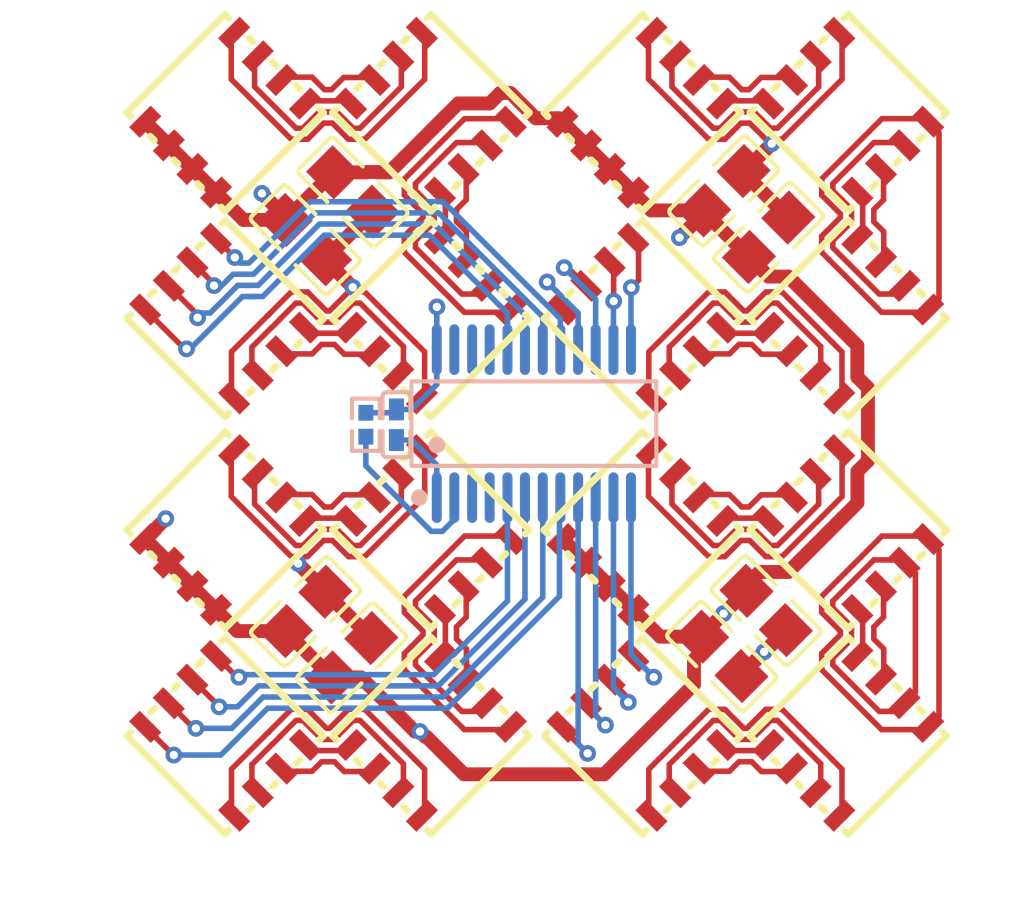
<source format=kicad_pcb>
(kicad_pcb (version 20241229) (generator "pcbnew") (generator_version "9.0")
  (layers (0 "F.Cu" signal) (2 "B.Cu" signal) (13 "F.Paste" user) (15 "B.Paste" user) (5 "F.SilkS" user "F.Silkscreen") (7 "B.SilkS" user "B.Silkscreen") (1 "F.Mask" user) (3 "B.Mask" user) (25 "Edge.Cuts" user))
  (net 0 "")
  (net 1 "rgbs[3]-cathodes-cathode-9")
  (net 2 "power-VCC")
  (net 3 "rgbs[2]-anodes-anode-5")
  (net 4 "GCLK")
  (net 5 "rgbs[3]-anodes-anode-14")
  (net 6 "rgbs[3]-cathodes-cathode-2")
  (net 7 "rgbs[3]-anodes-anode-7")
  (net 8 "rgbs[1]-anodes-anode-10")
  (net 9 "rgbs[3]-anodes-anode-13")
  (net 10 "rgbs[1]-anodes-anode-6")
  (net 11 "REXT")
  (net 12 "rgbs[1]-anodes-anode-12")
  (net 13 "rgbs[1]-anodes-anode-13")
  (net 14 "rgbs[2]-anodes-anode-15")
  (net 15 "rgbs[2]-anodes-anode-3")
  (net 16 "rgbs[1]-anodes-anode-14")
  (net 17 "rgbs[2]-anodes-anode-4")
  (net 18 "rgbs[3]-cathodes-cathode-11")
  (net 19 "rgbs[2]-anodes-anode-9")
  (net 20 "rgbs[1]-anodes-anode-1")
  (net 21 "rgbs[3]-anodes-anode-5")
  (net 22 "rgbs[1]-anodes-anode-5")
  (net 23 "rgbs[1]-anodes-anode-0")
  (net 24 "rgbs[2]-anodes-anode-10")
  (net 25 "rgbs[3]-anodes-anode-4")
  (net 26 "rgbs[2]-anodes-anode-11")
  (net 27 "rgbs[3]-cathodes-cathode-5")
  (net 28 "rgbs[3]-cathodes-cathode-0")
  (net 29 "rgbs[3]-anodes-anode-9")
  (net 30 "rgbs[3]-anodes-anode-6")
  (net 31 "rgbs[3]-cathodes-cathode-13")
  (net 32 "rgbs[2]-anodes-anode-0")
  (net 33 "rgbs[3]-anodes-anode-3")
  (net 34 "rgbs[1]-anodes-anode-8")
  (net 35 "rgbs[1]-anodes-anode-4")
  (net 36 "rgbs[1]-anodes-anode-7")
  (net 37 "rgbs[3]-anodes-anode-10")
  (net 38 "rgbs[3]-anodes-anode-8")
  (net 39 "rgbs[3]-cathodes-cathode-8")
  (net 40 "rgbs[3]-anodes-anode-1")
  (net 41 "rgbs[3]-anodes-anode-2")
  (net 42 "rgbs[3]-cathodes-cathode-14")
  (net 43 "rgbs[1]-anodes-anode-2")
  (net 44 "rgbs[3]-anodes-anode-15")
  (net 45 "LE")
  (net 46 "rgbs[2]-anodes-anode-12")
  (net 47 "rgbs[2]-anodes-anode-2")
  (net 48 "rgbs[2]-anodes-anode-13")
  (net 49 "SDO")
  (net 50 "DCLK")
  (net 51 "SDI")
  (net 52 "rgbs[3]-anodes-anode-12")
  (net 53 "rgbs[1]-anodes-anode-9")
  (net 54 "rgbs[3]-cathodes-cathode-7")
  (net 55 "rgbs[3]-anodes-anode-11")
  (net 56 "rgbs[3]-cathodes-cathode-6")
  (net 57 "rgbs[3]-cathodes-cathode-15")
  (net 58 "rgbs[3]-cathodes-cathode-12")
  (net 59 "rgbs[1]-anodes-anode-3")
  (net 60 "rgbs[3]-cathodes-cathode-10")
  (net 61 "rgbs[3]-cathodes-cathode-4")
  (net 62 "rgbs[3]-cathodes-cathode-1")
  (net 63 "rgbs[2]-anodes-anode-7")
  (net 64 "rgbs[3]-anodes-anode-0")
  (net 65 "rgbs[1]-anodes-anode-11")
  (net 66 "power_shim-VCC")
  (net 67 "rgbs[2]-anodes-anode-6")
  (net 68 "rgbs[2]-anodes-anode-14")
  (net 69 "rgbs[1]-anodes-anode-15")
  (net 70 "rgbs[2]-anodes-anode-8")
  (net 71 "power-GND")
  (net 72 "rgbs[3]-cathodes-cathode-3")
  (net 73 "rgbs[2]-anodes-anode-1")
  (net 74 "power_shim-GND")
  (footprint "HONGLITRONIC_HL_5050RGBW_S1_A27:LED-SMD_8P-L5.0-W5.0-P1.20_HL-5050RGBW-S1-A27" (layer "F.Cu") (at 18.8 26.2 135)
    (property "Reference" "LED16" (hide yes))
    (property "Value" "")
  )
  (footprint "HONGLITRONIC_HL_5050RGBW_S1_A27:LED-SMD_8P-L5.0-W5.0-P1.20_HL-5050RGBW-S1-A27" (layer "F.Cu") (at 3.8 3.8 45)
    (property "Reference" "LED1" (hide yes))
    (property "Value" "")
  )
  (footprint "Samsung_Electro_Mechanics_CL21A106KAYNNNE:C0805" (layer "F.Cu") (at 8.393293 6.650429 -45)
    (property "Reference" "C2" (hide yes))
    (property "Value" "10µF ±10% 25V X5R")
  )
  (footprint "Samsung_Electro_Mechanics_CL21A106KAYNNNE:C0805" (layer "F.Cu") (at 21.727718 6.604907 45)
    (property "Reference" "C8" (hide yes))
    (property "Value" "10µF ±10% 25V X5R")
  )
  (footprint "HONGLITRONIC_HL_5050RGBW_S1_A27:LED-SMD_8P-L5.0-W5.0-P1.20_HL-5050RGBW-S1-A27" (layer "F.Cu") (at 3.8 11.2 135)
    (property "Reference" "LED4" (hide yes))
    (property "Value" "")
  )
  (footprint "ATOPILE_PIXEL15:pixel15" (layer "F.Cu") (at 15 0)
    (property "Reference" "U3" (hide yes))
    (property "Value" "" (hide yes))
  )
  (footprint "Samsung_Electro_Mechanics_CL21A106KAYNNNE:C0805" (layer "F.Cu") (at 8.347371 23.391186 45)
    (property "Reference" "C6" (hide yes))
    (property "Value" "10µF ±10% 25V X5R")
  )
  (footprint "HONGLITRONIC_HL_5050RGBW_S1_A27:LED-SMD_8P-L5.0-W5.0-P1.20_HL-5050RGBW-S1-A27" (layer "F.Cu") (at 26.2 26.2 -135)
    (property "Reference" "LED15" (hide yes))
    (property "Value" "")
  )
  (footprint "HONGLITRONIC_HL_5050RGBW_S1_A27:LED-SMD_8P-L5.0-W5.0-P1.20_HL-5050RGBW-S1-A27" (layer "F.Cu") (at 11.2 26.2 -135)
    (property "Reference" "LED11" (hide yes))
    (property "Value" "")
  )
  (footprint "Samsung_Electro_Mechanics_CL21A106KAYNNNE:C0805" (layer "F.Cu") (at 23.337035 8.277504 45)
    (property "Reference" "C4" (hide yes))
    (property "Value" "10µF ±10% 25V X5R")
  )
  (footprint "Samsung_Electro_Mechanics_CL21A106KAYNNNE:C0805" (layer "F.Cu") (at 6.687838 8.361127 -45)
    (property "Reference" "C1" (hide yes))
    (property "Value" "10µF ±10% 25V X5R")
  )
  (footprint "HONGLITRONIC_HL_5050RGBW_S1_A27:LED-SMD_8P-L5.0-W5.0-P1.20_HL-5050RGBW-S1-A27" (layer "F.Cu") (at 26.2 3.8 -45)
    (property "Reference" "LED6" (hide yes))
    (property "Value" "")
  )
  (footprint "ATOPILE_PIXEL15:pixel15" (layer "F.Cu") (at 0 0)
    (property "Reference" "U2" (hide yes))
    (property "Value" "" (hide yes))
  )
  (footprint "HONGLITRONIC_HL_5050RGBW_S1_A27:LED-SMD_8P-L5.0-W5.0-P1.20_HL-5050RGBW-S1-A27" (layer "F.Cu") (at 11.2 3.8 -45)
    (property "Reference" "LED2" (hide yes))
    (property "Value" "")
  )
  (footprint "HONGLITRONIC_HL_5050RGBW_S1_A27:LED-SMD_8P-L5.0-W5.0-P1.20_HL-5050RGBW-S1-A27" (layer "F.Cu") (at 18.8 3.8 45)
    (property "Reference" "LED5" (hide yes))
    (property "Value" "")
  )
  (footprint "HONGLITRONIC_HL_5050RGBW_S1_A27:LED-SMD_8P-L5.0-W5.0-P1.20_HL-5050RGBW-S1-A27" (layer "F.Cu") (at 26.2 11.2 -135)
    (property "Reference" "LED7" (hide yes))
    (property "Value" "")
  )
  (footprint "Samsung_Electro_Mechanics_CL21A106KAYNNNE:C0805" (layer "F.Cu") (at 23.249263 21.690788 -45)
    (property "Reference" "C7" (hide yes))
    (property "Value" "10µF ±10% 25V X5R")
  )
  (footprint "HONGLITRONIC_HL_5050RGBW_S1_A27:LED-SMD_8P-L5.0-W5.0-P1.20_HL-5050RGBW-S1-A27" (layer "F.Cu") (at 18.8 18.8 45)
    (property "Reference" "LED13" (hide yes))
    (property "Value" "")
  )
  (footprint "ATOPILE_PIXEL15:pixel15" (layer "F.Cu") (at 0 15)
    (property "Reference" "U4" (hide yes))
    (property "Value" "" (hide yes))
  )
  (footprint "HONGLITRONIC_HL_5050RGBW_S1_A27:LED-SMD_8P-L5.0-W5.0-P1.20_HL-5050RGBW-S1-A27" (layer "F.Cu") (at 3.8 26.2 135)
    (property "Reference" "LED12" (hide yes))
    (property "Value" "")
  )
  (footprint "ATOPILE_PIXEL15:pixel15" (layer "F.Cu") (at 15 15)
    (property "Reference" "U5" (hide yes))
    (property "Value" "" (hide yes))
  )
  (footprint "HONGLITRONIC_HL_5050RGBW_S1_A27:LED-SMD_8P-L5.0-W5.0-P1.20_HL-5050RGBW-S1-A27" (layer "F.Cu") (at 18.8 11.2 135)
    (property "Reference" "LED8" (hide yes))
    (property "Value" "")
  )
  (footprint "Samsung_Electro_Mechanics_CL21A106KAYNNNE:C0805" (layer "F.Cu") (at 6.696418 21.725341 45)
    (property "Reference" "C3" (hide yes))
    (property "Value" "10µF ±10% 25V X5R")
  )
  (footprint "Samsung_Electro_Mechanics_CL21A106KAYNNNE:C0805" (layer "F.Cu") (at 21.653067 23.340088 -45)
    (property "Reference" "C5" (hide yes))
    (property "Value" "10µF ±10% 25V X5R")
  )
  (footprint "HONGLITRONIC_HL_5050RGBW_S1_A27:LED-SMD_8P-L5.0-W5.0-P1.20_HL-5050RGBW-S1-A27" (layer "F.Cu") (at 26.2 18.8 -45)
    (property "Reference" "LED14" (hide yes))
    (property "Value" "")
  )
  (footprint "HONGLITRONIC_HL_5050RGBW_S1_A27:LED-SMD_8P-L5.0-W5.0-P1.20_HL-5050RGBW-S1-A27" (layer "F.Cu") (at 11.2 18.8 -45)
    (property "Reference" "LED10" (hide yes))
    (property "Value" "")
  )
  (footprint "HONGLITRONIC_HL_5050RGBW_S1_A27:LED-SMD_8P-L5.0-W5.0-P1.20_HL-5050RGBW-S1-A27" (layer "F.Cu") (at 3.8 18.8 45)
    (property "Reference" "LED9" (hide yes))
    (property "Value" "")
  )
  (footprint "HONGLITRONIC_HL_5050RGBW_S1_A27:LED-SMD_8P-L5.0-W5.0-P1.20_HL-5050RGBW-S1-A27" (layer "F.Cu") (at 11.2 11.2 -135)
    (property "Reference" "LED3" (hide yes))
    (property "Value" "")
  )
  (footprint "Samsung_Electro_Mechanics_CL05B104KO5NNNC:C0402" (layer "B.Cu") (at 9.959782 15.016143 90)
    (property "Reference" "C9" (hide yes))
    (property "Value" "100nF ±10% 16V X7R")
  )
  (footprint "MBI_MBI5043GP_A:SSOP-24_L8.8-W4.0-P0.64-LS6.2-BL" (layer "B.Cu") (at 14.899782 14.976143)
    (property "Reference" "U1" (hide yes))
    (property "Value" "")
  )
  (footprint "VO_SCR0402F309R:R0402" (layer "B.Cu") (at 8.859782 15.016143 90)
    (property "Reference" "R1" (hide yes))
    (property "Value" "309Ω ±1% 62.5mW")
  )
  (segment (start 4.149945 9.00436) (end 3.758281 8.612696) (width 0.2) (layer "F.Cu") (net 1))
  (segment (start 4.149945 9.005363) (end 4.149945 9.00436) (width 0.2) (layer "F.Cu") (net 1))
  (via (at 4.149945 9.005363) (size 0.6) (drill 0.3) (layers "F.Cu" "B.Cu") (net 1))
  (segment (start 15.849782 12.316143) (end 15.849782 11.206143) (width 0.2) (layer "B.Cu") (net 1))
  (segment (start 4.657426 9.204363) (end 4.348945 9.204363) (width 0.2) (layer "B.Cu") (net 1))
  (segment (start 4.348945 9.204363) (end 4.149945 9.005363) (width 0.2) (layer "B.Cu") (net 1))
  (segment (start 15.849782 11.206143) (end 11.643639 7) (width 0.2) (layer "B.Cu") (net 1))
  (segment (start 11.643639 7) (end 6.861789 7) (width 0.2) (layer "B.Cu") (net 1))
  (segment (start 6.861789 7) (end 4.657426 9.204363) (width 0.2) (layer "B.Cu") (net 1))
  (segment (start 11.409782 17.636143) (end 11.409782 16.466143) (width 0.2) (layer "B.Cu") (net 2))
  (segment (start 11.409782 16.466143) (end 10.509782 15.566143) (width 0.2) (layer "B.Cu") (net 2))
  (segment (start 10.509782 15.566143) (end 9.959782 15.566143) (width 0.2) (layer "B.Cu") (net 2))
  (segment (start 27.408109 4.017416) (end 26.951484 4.474041) (width 0.2) (layer "F.Cu") (net 3))
  (segment (start 29.070854 10.874731) (end 29.459763 10.485822) (width 0.2) (layer "F.Cu") (net 3))
  (segment (start 25.91535 7.564447) (end 25.478341 8.001456) (width 0.2) (layer "F.Cu") (net 3))
  (segment (start 25.243441 6.514284) (end 25.243441 6.763644) (width 0.2) (layer "F.Cu") (net 3))
  (segment (start 25.243441 8.236356) (end 25.243441 8.485716) (width 0.2) (layer "F.Cu") (net 3))
  (segment (start 25.243441 8.568556) (end 25.243441 8.817916) (width 0.2) (layer "F.Cu") (net 3))
  (segment (start 27.39954 10.974015) (end 28.683893 10.974015) (width 0.2) (layer "F.Cu") (net 3))
  (segment (start 29.459763 10.485822) (end 29.459763 4.514178) (width 0.2) (layer "F.Cu") (net 3))
  (segment (start 25.243441 8.817916) (end 25.478341 9.052816) (width 0.2) (layer "F.Cu") (net 3))
  (segment (start 27.145293 10.719768) (end 27.39954 10.974015) (width 0.2) (layer "F.Cu") (net 3))
  (segment (start 26.910393 10.484868) (end 27.145293 10.719768) (width 0.2) (layer "F.Cu") (net 3))
  (segment (start 25.478341 8.001456) (end 25.243441 8.236356) (width 0.2) (layer "F.Cu") (net 3))
  (segment (start 25.478341 6.998544) (end 25.91535 7.435553) (width 0.2) (layer "F.Cu") (net 3))
  (segment (start 26.5 4.925525) (end 25.478341 5.947184) (width 0.2) (layer "F.Cu") (net 3))
  (segment (start 25.243441 6.763644) (end 25.478341 6.998544) (width 0.2) (layer "F.Cu") (net 3))
  (segment (start 26.716584 4.708941) (end 26.5 4.925525) (width 0.2) (layer "F.Cu") (net 3))
  (segment (start 25.91535 7.435553) (end 25.91535 7.564447) (width 0.2) (layer "F.Cu") (net 3))
  (segment (start 29.070854 4.125269) (end 28.963001 4.017416) (width 0.2) (layer "F.Cu") (net 3))
  (segment (start 25.243441 6.182084) (end 25.243441 6.431444) (width 0.2) (layer "F.Cu") (net 3))
  (segment (start 25.478341 9.052816) (end 26.5 10.074475) (width 0.2) (layer "F.Cu") (net 3))
  (segment (start 25.243441 8.485716) (end 25.243441 8.568556) (width 0.2) (layer "F.Cu") (net 3))
  (segment (start 26.5 10.074475) (end 26.910393 10.484868) (width 0.2) (layer "F.Cu") (net 3))
  (segment (start 26.951484 4.474041) (end 26.716584 4.708941) (width 0.2) (layer "F.Cu") (net 3))
  (segment (start 28.963001 4.017416) (end 27.408109 4.017416) (width 0.2) (layer "F.Cu") (net 3))
  (segment (start 29.459763 4.514178) (end 29.070854 4.125269) (width 0.2) (layer "F.Cu") (net 3))
  (segment (start 25.243441 6.431444) (end 25.243441 6.514284) (width 0.2) (layer "F.Cu") (net 3))
  (segment (start 25.478341 5.947184) (end 25.243441 6.182084) (width 0.2) (layer "F.Cu") (net 3))
  (segment (start 22.271012 27.128609) (end 22.728988 27.128609) (width 0.2) (layer "F.Cu") (net 5))
  (segment (start 22.728988 27.128609) (end 23.081141 27.480762) (width 0.2) (layer "F.Cu") (net 5))
  (segment (start 20.822325 27.373797) (end 20.72643 27.469692) (width 0.2) (layer "F.Cu") (net 5))
  (segment (start 20.72643 27.469692) (end 21.929929 27.469692) (width 0.2) (layer "F.Cu") (net 5))
  (segment (start 21.929929 27.469692) (end 22.271012 27.128609) (width 0.2) (layer "F.Cu") (net 5))
  (segment (start 24.07071 27.480762) (end 24.177675 27.373797) (width 0.2) (layer "F.Cu") (net 5))
  (segment (start 23.081141 27.480762) (end 24.07071 27.480762) (width 0.2) (layer "F.Cu") (net 5))
  (segment (start 15.929146 25.874731) (end 15.929146 25.926965) (width 0.2) (layer "F.Cu") (net 6))
  (segment (start 15.929146 25.926965) (end 16.830645 26.828464) (width 0.2) (layer "F.Cu") (net 6))
  (via (at 16.830645 26.828464) (size 0.6) (drill 0.3) (layers "F.Cu" "B.Cu") (net 6))
  (segment (start 16.489782 17.636143) (end 16.489782 26.487601) (width 0.2) (layer "B.Cu") (net 6))
  (segment (start 16.489782 26.487601) (end 16.830645 26.828464) (width 0.2) (layer "B.Cu") (net 6))
  (segment (start 21.873194 11.727609) (end 21.670854 11.525269) (width 0.2) (layer "F.Cu") (net 7))
  (segment (start 23.248291 11.561803) (end 23.082485 11.727609) (width 0.2) (layer "F.Cu") (net 7))
  (segment (start 23.329146 11.525269) (end 23.292612 11.561803) (width 0.2) (layer "F.Cu") (net 7))
  (segment (start 23.082485 11.727609) (end 21.873194 11.727609) (width 0.2) (layer "F.Cu") (net 7))
  (segment (start 23.292612 11.561803) (end 23.248291 11.561803) (width 0.2) (layer "F.Cu") (net 7))
  (segment (start 9.177675 17.626203) (end 9.085739 17.534267) (width 0.2) (layer "F.Cu") (net 8))
  (segment (start 9.085739 17.534267) (end 8.066112 17.534267) (width 0.2) (layer "F.Cu") (net 8))
  (segment (start 7.371631 17.97201) (end 6.922398 17.522777) (width 0.2) (layer "F.Cu") (net 8))
  (segment (start 8.066112 17.534267) (end 7.628369 17.97201) (width 0.2) (layer "F.Cu") (net 8))
  (segment (start 5.718899 17.522777) (end 5.822325 17.626203) (width 0.2) (layer "F.Cu") (net 8))
  (segment (start 6.922398 17.522777) (end 5.718899 17.522777) (width 0.2) (layer "F.Cu") (net 8))
  (segment (start 7.628369 17.97201) (end 7.371631 17.97201) (width 0.2) (layer "F.Cu") (net 8))
  (segment (start 22.445812 25.925609) (end 21.763644 25.243441) (width 0.2) (layer "F.Cu") (net 9))
  (segment (start 20.389026 26.036499) (end 20.389026 26.043874) (width 0.2) (layer "F.Cu") (net 9))
  (segment (start 19.030242 27.395283) (end 19.030242 28.975827) (width 0.2) (layer "F.Cu") (net 9))
  (segment (start 25.874731 29.070854) (end 25.907031 29.038554) (width 0.2) (layer "F.Cu") (net 9))
  (segment (start 25.610569 27.036093) (end 23.817916 25.243441) (width 0.2) (layer "F.Cu") (net 9))
  (segment (start 23.236356 25.243441) (end 22.554188 25.925609) (width 0.2) (layer "F.Cu") (net 9))
  (segment (start 25.907031 29.038554) (end 25.907031 28.995518) (width 0.2) (layer "F.Cu") (net 9))
  (segment (start 25.972899 27.398423) (end 25.610569 27.036093) (width 0.2) (layer "F.Cu") (net 9))
  (segment (start 20.3339 26.099) (end 20.326525 26.099) (width 0.2) (layer "F.Cu") (net 9))
  (segment (start 20.326525 26.099) (end 19.030242 27.395283) (width 0.2) (layer "F.Cu") (net 9))
  (segment (start 25.972899 28.788144) (end 25.972899 27.398423) (width 0.2) (layer "F.Cu") (net 9))
  (segment (start 23.817916 25.243441) (end 23.236356 25.243441) (width 0.2) (layer "F.Cu") (net 9))
  (segment (start 25.907031 28.995518) (end 26.043652 28.858897) (width 0.2) (layer "F.Cu") (net 9))
  (segment (start 19.030242 28.975827) (end 19.125269 29.070854) (width 0.2) (layer "F.Cu") (net 9))
  (segment (start 20.389026 26.043874) (end 20.3339 26.099) (width 0.2) (layer "F.Cu") (net 9))
  (segment (start 26.043652 28.858897) (end 25.972899 28.788144) (width 0.2) (layer "F.Cu") (net 9))
  (segment (start 22.554188 25.925609) (end 22.445812 25.925609) (width 0.2) (layer "F.Cu") (net 9))
  (segment (start 25.610569 27.036093) (end 25.610569 27.036094) (width 0.2) (layer "F.Cu") (net 9))
  (segment (start 21.182084 25.243441) (end 20.389026 26.036499) (width 0.2) (layer "F.Cu") (net 9))
  (segment (start 21.763644 25.243441) (end 21.182084 25.243441) (width 0.2) (layer "F.Cu") (net 9))
  (segment (start 20.718899 2.522777) (end 20.822325 2.626203) (width 0.2) (layer "F.Cu") (net 10))
  (segment (start 24.085739 2.534267) (end 23.066112 2.534267) (width 0.2) (layer "F.Cu") (net 10))
  (segment (start 23.066112 2.534267) (end 22.628369 2.97201) (width 0.2) (layer "F.Cu") (net 10))
  (segment (start 24.177675 2.626203) (end 24.085739 2.534267) (width 0.2) (layer "F.Cu") (net 10))
  (segment (start 22.628369 2.97201) (end 22.371631 2.97201) (width 0.2) (layer "F.Cu") (net 10))
  (segment (start 22.371631 2.97201) (end 21.922398 2.522777) (width 0.2) (layer "F.Cu") (net 10))
  (segment (start 21.922398 2.522777) (end 20.718899 2.522777) (width 0.2) (layer "F.Cu") (net 10))
  (segment (start 12.039782 18.41638) (end 12.039782 17.636143) (width 0.2) (layer "B.Cu") (net 11))
  (segment (start 11.609019 18.847143) (end 12.039782 18.41638) (width 0.2) (layer "B.Cu") (net 11))
  (segment (start 8.859782 16.49638) (end 11.210545 18.847143) (width 0.2) (layer "B.Cu") (net 11))
  (segment (start 11.210545 18.847143) (end 11.609019 18.847143) (width 0.2) (layer "B.Cu") (net 11))
  (segment (start 8.859782 15.446143) (end 8.859782 16.49638) (width 0.2) (layer "B.Cu") (net 11))
  (segment (start 23.402456 19.355559) (end 23.651816 19.355559) (width 0.2) (layer "F.Cu") (net 12))
  (segment (start 21.597544 19.355559) (end 22.179093 18.77401) (width 0.2) (layer "F.Cu") (net 12))
  (segment (start 25.058503 17.948873) (end 25.134492 17.872883) (width 0.2) (layer "F.Cu") (net 12))
  (segment (start 22.179093 18.77401) (end 22.820907 18.77401) (width 0.2) (layer "F.Cu") (net 12))
  (segment (start 23.651816 19.355559) (end 25.058503 17.948873) (width 0.2) (layer "F.Cu") (net 12))
  (segment (start 19.861624 16.889848) (end 19.861624 17.868999) (width 0.2) (layer "F.Cu") (net 12))
  (segment (start 22.820907 18.77401) (end 23.402456 19.355559) (width 0.2) (layer "F.Cu") (net 12))
  (segment (start 19.973797 16.777675) (end 19.861624 16.889848) (width 0.2) (layer "F.Cu") (net 12))
  (segment (start 25.134492 17.872883) (end 25.134492 16.885964) (width 0.2) (layer "F.Cu") (net 12))
  (segment (start 19.861624 17.868999) (end 21.348184 19.355559) (width 0.2) (layer "F.Cu") (net 12))
  (segment (start 21.348184 19.355559) (end 21.597544 19.355559) (width 0.2) (layer "F.Cu") (net 12))
  (segment (start 25.134492 16.885964) (end 25.026203 16.777675) (width 0.2) (layer "F.Cu") (net 12))
  (segment (start 25.874731 15.929146) (end 25.975806 16.030221) (width 0.2) (layer "F.Cu") (net 13))
  (segment (start 25.535492 18.038983) (end 25.459503 18.114972) (width 0.2) (layer "F.Cu") (net 13))
  (segment (start 19.925525 18.5) (end 19.695524 18.269999) (width 0.2) (layer "F.Cu") (net 13))
  (segment (start 25.224605 18.349872) (end 25.224604 18.349872) (width 0.2) (layer "F.Cu") (net 13))
  (segment (start 21.763644 19.756559) (end 21.514284 19.756559) (width 0.2) (layer "F.Cu") (net 13))
  (segment (start 21.514284 19.756559) (end 21.431444 19.756559) (width 0.2) (layer "F.Cu") (net 13))
  (segment (start 23.817916 19.756559) (end 23.568556 19.756559) (width 0.2) (layer "F.Cu") (net 13))
  (segment (start 25.431864 18.142611) (end 25.300592 18.273883) (width 0.2) (layer "F.Cu") (net 13))
  (segment (start 25.074475 18.5) (end 23.817916 19.756559) (width 0.2) (layer "F.Cu") (net 13))
  (segment (start 21.431444 19.756559) (end 21.182084 19.756559) (width 0.2) (layer "F.Cu") (net 13))
  (segment (start 25.459503 18.114973) (end 25.431864 18.142611) (width 0.2) (layer "F.Cu") (net 13))
  (segment (start 25.224603 18.349872) (end 25.074475 18.5) (width 0.2) (layer "F.Cu") (net 13))
  (segment (start 21.998544 19.521659) (end 21.763644 19.756559) (width 0.2) (layer "F.Cu") (net 13))
  (segment (start 25.975806 16.030221) (end 25.975806 17.598669) (width 0.2) (layer "F.Cu") (net 13))
  (segment (start 20.947184 19.521659) (end 19.925525 18.5) (width 0.2) (layer "F.Cu") (net 13))
  (segment (start 22.654807 19.17501) (end 22.345193 19.17501) (width 0.2) (layer "F.Cu") (net 13))
  (segment (start 25.267053 18.307423) (end 25.224605 18.349872) (width 0.2) (layer "F.Cu") (net 13))
  (segment (start 23.485716 19.756559) (end 23.236356 19.756559) (width 0.2) (layer "F.Cu") (net 13))
  (segment (start 23.236356 19.756559) (end 22.654807 19.17501) (width 0.2) (layer "F.Cu") (net 13))
  (segment (start 19.021019 16.033396) (end 19.125269 15.929146) (width 0.2) (layer "F.Cu") (net 13))
  (segment (start 25.300592 18.273883) (end 25.267053 18.307423) (width 0.2) (layer "F.Cu") (net 13))
  (segment (start 19.021019 17.595494) (end 19.021019 16.033396) (width 0.2) (layer "F.Cu") (net 13))
  (segment (start 19.695524 18.269999) (end 19.460624 18.035099) (width 0.2) (layer "F.Cu") (net 13))
  (segment (start 19.460624 18.035099) (end 19.021019 17.595494) (width 0.2) (layer "F.Cu") (net 13))
  (segment (start 25.224604 18.349872) (end 25.224603 18.349872) (width 0.2) (layer "F.Cu") (net 13))
  (segment (start 25.975806 17.598669) (end 25.535492 18.038983) (width 0.2) (layer "F.Cu") (net 13))
  (segment (start 23.568556 19.756559) (end 23.485716 19.756559) (width 0.2) (layer "F.Cu") (net 13))
  (segment (start 21.182084 19.756559) (end 20.947184 19.521659) (width 0.2) (layer "F.Cu") (net 13))
  (segment (start 25.459503 18.114972) (end 25.459503 18.114973) (width 0.2) (layer "F.Cu") (net 13))
  (segment (start 22.345193 19.17501) (end 21.998544 19.521659) (width 0.2) (layer "F.Cu") (net 13))
  (segment (start 26.71735 21.862935) (end 26.71735 23.137065) (width 0.2) (layer "F.Cu") (net 14))
  (segment (start 26.525269 21.670854) (end 26.71735 21.862935) (width 0.2) (layer "F.Cu") (net 14))
  (segment (start 26.71735 23.137065) (end 26.525269 23.329146) (width 0.2) (layer "F.Cu") (net 14))
  (segment (start 11.525269 6.670854) (end 11.71735 6.862935) (width 0.2) (layer "F.Cu") (net 15))
  (segment (start 11.71735 8.137065) (end 11.525269 8.329146) (width 0.2) (layer "F.Cu") (net 15))
  (segment (start 11.71735 6.862935) (end 11.71735 8.137065) (width 0.2) (layer "F.Cu") (net 15))
  (segment (start 22.371631 17.97201) (end 21.922398 17.522777) (width 0.2) (layer "F.Cu") (net 16))
  (segment (start 22.628369 17.97201) (end 22.371631 17.97201) (width 0.2) (layer "F.Cu") (net 16))
  (segment (start 24.085739 17.534267) (end 23.066112 17.534267) (width 0.2) (layer "F.Cu") (net 16))
  (segment (start 23.066112 17.534267) (end 22.628369 17.97201) (width 0.2) (layer "F.Cu") (net 16))
  (segment (start 20.718899 17.522777) (end 20.822325 17.626203) (width 0.2) (layer "F.Cu") (net 16))
  (segment (start 24.177675 17.626203) (end 24.085739 17.534267) (width 0.2) (layer "F.Cu") (net 16))
  (segment (start 21.922398 17.522777) (end 20.718899 17.522777) (width 0.2) (layer "F.Cu") (net 16))
  (segment (start 25.644441 8.651816) (end 25.644441 8.402456) (width 0.2) (layer "F.Cu") (net 17))
  (segment (start 27.765591 4.872027) (end 28.120555 4.872027) (width 0.2) (layer "F.Cu") (net 17))
  (segment (start 28.222325 10.026203) (end 27.92976 10.318768) (width 0.2) (layer "F.Cu") (net 17))
  (segment (start 25.644441 6.348184) (end 27.117584 4.875041) (width 0.2) (layer "F.Cu") (net 17))
  (segment (start 27.762577 4.875041) (end 27.765591 4.872027) (width 0.2) (layer "F.Cu") (net 17))
  (segment (start 25.644441 8.402456) (end 26.31635 7.730547) (width 0.2) (layer "F.Cu") (net 17))
  (segment (start 27.92976 10.318768) (end 27.311393 10.318768) (width 0.2) (layer "F.Cu") (net 17))
  (segment (start 26.31635 7.730547) (end 26.31635 7.269453) (width 0.2) (layer "F.Cu") (net 17))
  (segment (start 28.120555 4.872027) (end 28.222325 4.973797) (width 0.2) (layer "F.Cu") (net 17))
  (segment (start 26.31635 7.269453) (end 25.644441 6.597544) (width 0.2) (layer "F.Cu") (net 17))
  (segment (start 27.117584 4.875041) (end 27.762577 4.875041) (width 0.2) (layer "F.Cu") (net 17))
  (segment (start 27.311393 10.318768) (end 25.644441 8.651816) (width 0.2) (layer "F.Cu") (net 17))
  (segment (start 25.644441 6.597544) (end 25.644441 6.348184) (width 0.2) (layer "F.Cu") (net 17))
  (segment (start 15.988798 9.369161) (end 16.120633 9.369161) (width 0.2) (layer "F.Cu") (net 18))
  (segment (start 16.120633 9.369161) (end 16.777675 10.026203) (width 0.2) (layer "F.Cu") (net 18))
  (via (at 15.988798 9.369161) (size 0.6) (drill 0.3) (layers "F.Cu" "B.Cu") (net 18))
  (segment (start 15.988798 9.369161) (end 17.119782 10.500145) (width 0.2) (layer "B.Cu") (net 18))
  (segment (start 17.119782 10.500145) (end 17.119782 12.316143) (width 0.2) (layer "B.Cu") (net 18))
  (segment (start 10.243441 21.431444) (end 10.243441 21.514284) (width 0.2) (layer "F.Cu") (net 19))
  (segment (start 10.243441 23.568556) (end 10.243441 23.817916) (width 0.2) (layer "F.Cu") (net 19))
  (segment (start 10.243441 21.182084) (end 10.243441 21.431444) (width 0.2) (layer "F.Cu") (net 19))
  (segment (start 10.243441 23.236356) (end 10.243441 23.485716) (width 0.2) (layer "F.Cu") (net 19))
  (segment (start 10.478341 20.947184) (end 10.243441 21.182084) (width 0.2) (layer "F.Cu") (net 19))
  (segment (start 11.5 19.925525) (end 10.478341 20.947184) (width 0.2) (layer "F.Cu") (net 19))
  (segment (start 11.951484 19.474041) (end 11.716584 19.708941) (width 0.2) (layer "F.Cu") (net 19))
  (segment (start 10.243441 21.514284) (end 10.243441 21.763644) (width 0.2) (layer "F.Cu") (net 19))
  (segment (start 10.243441 23.817916) (end 10.478341 24.052816) (width 0.2) (layer "F.Cu") (net 19))
  (segment (start 14.070854 19.125269) (end 13.963001 19.017416) (width 0.2) (layer "F.Cu") (net 19))
  (segment (start 11.5 25.074475) (end 11.910393 25.484868) (width 0.2) (layer "F.Cu") (net 19))
  (segment (start 10.243441 21.763644) (end 10.478341 21.998544) (width 0.2) (layer "F.Cu") (net 19))
  (segment (start 10.478341 24.052816) (end 11.5 25.074475) (width 0.2) (layer "F.Cu") (net 19))
  (segment (start 10.478341 21.998544) (end 10.91535 22.435553) (width 0.2) (layer "F.Cu") (net 19))
  (segment (start 11.910393 25.484868) (end 12.145293 25.719768) (width 0.2) (layer "F.Cu") (net 19))
  (segment (start 13.963001 19.017416) (end 12.408109 19.017416) (width 0.2) (layer "F.Cu") (net 19))
  (segment (start 12.39954 25.974015) (end 13.683893 25.974015) (width 0.2) (layer "F.Cu") (net 19))
  (segment (start 10.91535 22.564447) (end 10.478341 23.001456) (width 0.2) (layer "F.Cu") (net 19))
  (segment (start 10.243441 23.485716) (end 10.243441 23.568556) (width 0.2) (layer "F.Cu") (net 19))
  (segment (start 10.91535 22.435553) (end 10.91535 22.564447) (width 0.2) (layer "F.Cu") (net 19))
  (segment (start 11.716584 19.708941) (end 11.5 19.925525) (width 0.2) (layer "F.Cu") (net 19))
  (segment (start 12.408109 19.017416) (end 11.951484 19.474041) (width 0.2) (layer "F.Cu") (net 19))
  (segment (start 12.145293 25.719768) (end 12.39954 25.974015) (width 0.2) (layer "F.Cu") (net 19))
  (segment (start 10.478341 23.001456) (end 10.243441 23.236356) (width 0.2) (layer "F.Cu") (net 19))
  (segment (start 4.021019 2.595494) (end 4.021019 1.033396) (width 0.2) (layer "F.Cu") (net 20))
  (segment (start 10.459503 3.114972) (end 10.459503 3.114973) (width 0.2) (layer "F.Cu") (net 20))
  (segment (start 7.345193 4.17501) (end 6.998544 4.521659) (width 0.2) (layer "F.Cu") (net 20))
  (segment (start 6.514284 4.756559) (end 6.431444 4.756559) (width 0.2) (layer "F.Cu") (net 20))
  (segment (start 10.224604 3.349872) (end 10.224603 3.349872) (width 0.2) (layer "F.Cu") (net 20))
  (segment (start 10.224603 3.349872) (end 10.074475 3.5) (width 0.2) (layer "F.Cu") (net 20))
  (segment (start 7.654807 4.17501) (end 7.345193 4.17501) (width 0.2) (layer "F.Cu") (net 20))
  (segment (start 4.925525 3.5) (end 4.695524 3.269999) (width 0.2) (layer "F.Cu") (net 20))
  (segment (start 6.763644 4.756559) (end 6.514284 4.756559) (width 0.2) (layer "F.Cu") (net 20))
  (segment (start 10.535492 3.038983) (end 10.459503 3.114972) (width 0.2) (layer "F.Cu") (net 20))
  (segment (start 10.975806 2.598669) (end 10.535492 3.038983) (width 0.2) (layer "F.Cu") (net 20))
  (segment (start 10.431864 3.142611) (end 10.300592 3.273883) (width 0.2) (layer "F.Cu") (net 20))
  (segment (start 6.998544 4.521659) (end 6.763644 4.756559) (width 0.2) (layer "F.Cu") (net 20))
  (segment (start 10.074475 3.5) (end 8.817916 4.756559) (width 0.2) (layer "F.Cu") (net 20))
  (segment (start 10.267053 3.307423) (end 10.224605 3.349872) (width 0.2) (layer "F.Cu") (net 20))
  (segment (start 10.300592 3.273883) (end 10.267053 3.307423) (width 0.2) (layer "F.Cu") (net 20))
  (segment (start 10.224605 3.349872) (end 10.224604 3.349872) (width 0.2) (layer "F.Cu") (net 20))
  (segment (start 10.975806 1.030221) (end 10.975806 2.598669) (width 0.2) (layer "F.Cu") (net 20))
  (segment (start 4.460624 3.035099) (end 4.021019 2.595494) (width 0.2) (layer "F.Cu") (net 20))
  (segment (start 6.182084 4.756559) (end 5.947184 4.521659) (width 0.2) (layer "F.Cu") (net 20))
  (segment (start 8.817916 4.756559) (end 8.568556 4.756559) (width 0.2) (layer "F.Cu") (net 20))
  (segment (start 5.947184 4.521659) (end 4.925525 3.5) (width 0.2) (layer "F.Cu") (net 20))
  (segment (start 4.021019 1.033396) (end 4.125269 0.929146) (width 0.2) (layer "F.Cu") (net 20))
  (segment (start 8.236356 4.756559) (end 7.654807 4.17501) (width 0.2) (layer "F.Cu") (net 20))
  (segment (start 8.568556 4.756559) (end 8.485716 4.756559) (width 0.2) (layer "F.Cu") (net 20))
  (segment (start 10.459503 3.114973) (end 10.431864 3.142611) (width 0.2) (layer "F.Cu") (net 20))
  (segment (start 8.485716 4.756559) (end 8.236356 4.756559) (width 0.2) (layer "F.Cu") (net 20))
  (segment (start 10.874731 0.929146) (end 10.975806 1.030221) (width 0.2) (layer "F.Cu") (net 20))
  (segment (start 6.431444 4.756559) (end 6.182084 4.756559) (width 0.2) (layer "F.Cu") (net 20))
  (segment (start 4.695524 3.269999) (end 4.460624 3.035099) (width 0.2) (layer "F.Cu") (net 20))
  (segment (start 21.182084 10.243441) (end 20.389026 11.036499) (width 0.2) (layer "F.Cu") (net 21))
  (segment (start 20.389026 11.036499) (end 20.389026 11.043874) (width 0.2) (layer "F.Cu") (net 21))
  (segment (start 22.445812 10.925609) (end 21.763644 10.243441) (width 0.2) (layer "F.Cu") (net 21))
  (segment (start 25.972899 13.788144) (end 25.972899 12.398423) (width 0.2) (layer "F.Cu") (net 21))
  (segment (start 20.326525 11.099) (end 19.030242 12.395283) (width 0.2) (layer "F.Cu") (net 21))
  (segment (start 25.907031 14.038554) (end 25.907031 13.995518) (width 0.2) (layer "F.Cu") (net 21))
  (segment (start 25.610569 12.036093) (end 23.817916 10.243441) (width 0.2) (layer "F.Cu") (net 21))
  (segment (start 25.972899 12.398423) (end 25.610569 12.036093) (width 0.2) (layer "F.Cu") (net 21))
  (segment (start 19.030242 12.395283) (end 19.030242 13.975827) (width 0.2) (layer "F.Cu") (net 21))
  (segment (start 25.907031 13.995518) (end 26.043652 13.858897) (width 0.2) (layer "F.Cu") (net 21))
  (segment (start 23.236356 10.243441) (end 22.554188 10.925609) (width 0.2) (layer "F.Cu") (net 21))
  (segment (start 20.3339 11.099) (end 20.326525 11.099) (width 0.2) (layer "F.Cu") (net 21))
  (segment (start 22.554188 10.925609) (end 22.445812 10.925609) (width 0.2) (layer "F.Cu") (net 21))
  (segment (start 26.043652 13.858897) (end 25.972899 13.788144) (width 0.2) (layer "F.Cu") (net 21))
  (segment (start 20.389026 11.043874) (end 20.3339 11.099) (width 0.2) (layer "F.Cu") (net 21))
  (segment (start 25.610569 12.036093) (end 25.610569 12.036094) (width 0.2) (layer "F.Cu") (net 21))
  (segment (start 25.874731 14.070854) (end 25.907031 14.038554) (width 0.2) (layer "F.Cu") (net 21))
  (segment (start 21.763644 10.243441) (end 21.182084 10.243441) (width 0.2) (layer "F.Cu") (net 21))
  (segment (start 19.030242 13.975827) (end 19.125269 14.070854) (width 0.2) (layer "F.Cu") (net 21))
  (segment (start 23.817916 10.243441) (end 23.236356 10.243441) (width 0.2) (layer "F.Cu") (net 21))
  (segment (start 23.568556 4.756559) (end 23.485716 4.756559) (width 0.2) (layer "F.Cu") (net 22))
  (segment (start 23.236356 4.756559) (end 22.654807 4.17501) (width 0.2) (layer "F.Cu") (net 22))
  (segment (start 25.224603 3.349872) (end 25.074475 3.5) (width 0.2) (layer "F.Cu") (net 22))
  (segment (start 21.514284 4.756559) (end 21.431444 4.756559) (width 0.2) (layer "F.Cu") (net 22))
  (segment (start 19.925525 3.5) (end 19.695524 3.269999) (width 0.2) (layer "F.Cu") (net 22))
  (segment (start 25.074475 3.5) (end 23.817916 4.756559) (width 0.2) (layer "F.Cu") (net 22))
  (segment (start 25.224604 3.349872) (end 25.224603 3.349872) (width 0.2) (layer "F.Cu") (net 22))
  (segment (start 25.267053 3.307423) (end 25.224605 3.349872) (width 0.2) (layer "F.Cu") (net 22))
  (segment (start 22.345193 4.17501) (end 21.998544 4.521659) (width 0.2) (layer "F.Cu") (net 22))
  (segment (start 22.654807 4.17501) (end 22.345193 4.17501) (width 0.2) (layer "F.Cu") (net 22))
  (segment (start 25.459503 3.114972) (end 25.459503 3.114973) (width 0.2) (layer "F.Cu") (net 22))
  (segment (start 25.874731 0.929146) (end 25.975806 1.030221) (width 0.2) (layer "F.Cu") (net 22))
  (segment (start 23.817916 4.756559) (end 23.568556 4.756559) (width 0.2) (layer "F.Cu") (net 22))
  (segment (start 25.459503 3.114973) (end 25.431864 3.142611) (width 0.2) (layer "F.Cu") (net 22))
  (segment (start 25.300592 3.273883) (end 25.267053 3.307423) (width 0.2) (layer "F.Cu") (net 22))
  (segment (start 25.431864 3.142611) (end 25.300592 3.273883) (width 0.2) (layer "F.Cu") (net 22))
  (segment (start 19.021019 2.595494) (end 19.021019 1.033396) (width 0.2) (layer "F.Cu") (net 22))
  (segment (start 19.021019 1.033396) (end 19.125269 0.929146) (width 0.2) (layer "F.Cu") (net 22))
  (segment (start 19.460624 3.035099) (end 19.021019 2.595494) (width 0.2) (layer "F.Cu") (net 22))
  (segment (start 25.975806 1.030221) (end 25.975806 2.598669) (width 0.2) (layer "F.Cu") (net 22))
  (segment (start 21.763644 4.756559) (end 21.514284 4.756559) (width 0.2) (layer "F.Cu") (net 22))
  (segment (start 21.182084 4.756559) (end 20.947184 4.521659) (width 0.2) (layer "F.Cu") (net 22))
  (segment (start 25.224605 3.349872) (end 25.224604 3.349872) (width 0.2) (layer "F.Cu") (net 22))
  (segment (start 25.975806 2.598669) (end 25.535492 3.038983) (width 0.2) (layer "F.Cu") (net 22))
  (segment (start 21.431444 4.756559) (end 21.182084 4.756559) (width 0.2) (layer "F.Cu") (net 22))
  (segment (start 25.535492 3.038983) (end 25.459503 3.114972) (width 0.2) (layer "F.Cu") (net 22))
  (segment (start 23.485716 4.756559) (end 23.236356 4.756559) (width 0.2) (layer "F.Cu") (net 22))
  (segment (start 20.947184 4.521659) (end 19.925525 3.5) (width 0.2) (layer "F.Cu") (net 22))
  (segment (start 19.695524 3.269999) (end 19.460624 3.035099) (width 0.2) (layer "F.Cu") (net 22))
  (segment (start 21.998544 4.521659) (end 21.763644 4.756559) (width 0.2) (layer "F.Cu") (net 22))
  (segment (start 4.973797 1.777675) (end 4.861624 1.889848) (width 0.2) (layer "F.Cu") (net 23))
  (segment (start 8.402456 4.355559) (end 8.651816 4.355559) (width 0.2) (layer "F.Cu") (net 23))
  (segment (start 10.134492 1.885964) (end 10.026203 1.777675) (width 0.2) (layer "F.Cu") (net 23))
  (segment (start 10.058503 2.948873) (end 10.134492 2.872883) (width 0.2) (layer "F.Cu") (net 23))
  (segment (start 7.179093 3.77401) (end 7.820907 3.77401) (width 0.2) (layer "F.Cu") (net 23))
  (segment (start 4.861624 1.889848) (end 4.861624 2.868999) (width 0.2) (layer "F.Cu") (net 23))
  (segment (start 10.134492 2.872883) (end 10.134492 1.885964) (width 0.2) (layer "F.Cu") (net 23))
  (segment (start 8.651816 4.355559) (end 10.058503 2.948873) (width 0.2) (layer "F.Cu") (net 23))
  (segment (start 4.861624 2.868999) (end 6.348184 4.355559) (width 0.2) (layer "F.Cu") (net 23))
  (segment (start 6.348184 4.355559) (end 6.597544 4.355559) (width 0.2) (layer "F.Cu") (net 23))
  (segment (start 6.597544 4.355559) (end 7.179093 3.77401) (width 0.2) (layer "F.Cu") (net 23))
  (segment (start 7.820907 3.77401) (end 8.402456 4.355559) (width 0.2) (layer "F.Cu") (net 23))
  (segment (start 12.467451 20.915979) (end 12.467451 21.93217) (width 0.2) (layer "F.Cu") (net 24))
  (segment (start 12.474389 23.074768) (end 12.474389 24.077083) (width 0.2) (layer "F.Cu") (net 24))
  (segment (start 12.373797 20.822325) (end 12.467451 20.915979) (width 0.2) (layer "F.Cu") (net 24))
  (segment (start 12.474389 24.077083) (end 12.373797 24.177675) (width 0.2) (layer "F.Cu") (net 24))
  (segment (start 12.11835 22.718729) (end 12.474389 23.074768) (width 0.2) (layer "F.Cu") (net 24))
  (segment (start 12.467451 21.93217) (end 12.11835 22.281271) (width 0.2) (layer "F.Cu") (net 24))
  (segment (start 12.11835 22.281271) (end 12.11835 22.718729) (width 0.2) (layer "F.Cu") (net 24))
  (segment (start 20.5 11.5) (end 20.492625 11.5) (width 0.2) (layer "F.Cu") (net 25))
  (segment (start 20.492625 11.5) (end 19.764256 12.228369) (width 0.2) (layer "F.Cu") (net 25))
  (segment (start 23.651816 10.644441) (end 23.402456 10.644441) (width 0.2) (layer "F.Cu") (net 25))
  (segment (start 20.790026 11.202599) (end 20.790026 11.209974) (width 0.2) (layer "F.Cu") (net 25))
  (segment (start 19.764256 12.228369) (end 19.764256 13.012784) (width 0.2) (layer "F.Cu") (net 25))
  (segment (start 25.026203 13.222325) (end 25.058503 13.190025) (width 0.2) (layer "F.Cu") (net 25))
  (segment (start 22.720288 11.326609) (end 22.279712 11.326609) (width 0.2) (layer "F.Cu") (net 25))
  (segment (start 20.790026 11.209974) (end 20.5 11.5) (width 0.2) (layer "F.Cu") (net 25))
  (segment (start 22.279712 11.326609) (end 21.597544 10.644441) (width 0.2) (layer "F.Cu") (net 25))
  (segment (start 25.058503 13.163944) (end 25.209569 13.012878) (width 0.2) (layer "F.Cu") (net 25))
  (segment (start 25.209569 13.012878) (end 25.209569 12.202193) (width 0.2) (layer "F.Cu") (net 25))
  (segment (start 25.058503 13.190025) (end 25.058503 13.163944) (width 0.2) (layer "F.Cu") (net 25))
  (segment (start 19.764256 13.012784) (end 19.973797 13.222325) (width 0.2) (layer "F.Cu") (net 25))
  (segment (start 21.348184 10.644441) (end 20.790026 11.202599) (width 0.2) (layer "F.Cu") (net 25))
  (segment (start 23.402456 10.644441) (end 22.720288 11.326609) (width 0.2) (layer "F.Cu") (net 25))
  (segment (start 25.209569 12.202193) (end 23.651816 10.644441) (width 0.2) (layer "F.Cu") (net 25))
  (segment (start 21.597544 10.644441) (end 21.348184 10.644441) (width 0.2) (layer "F.Cu") (net 25))
  (segment (start 11.71735 21.862935) (end 11.71735 23.137065) (width 0.2) (layer "F.Cu") (net 26))
  (segment (start 11.525269 21.670854) (end 11.71735 21.862935) (width 0.2) (layer "F.Cu") (net 26))
  (segment (start 11.71735 23.137065) (end 11.525269 23.329146) (width 0.2) (layer "F.Cu") (net 26))
  (segment (start 3.586049 25.137521) (end 2.626203 24.177675) (width 0.2) (layer "F.Cu") (net 27))
  (segment (start 3.586049 25.154513) (end 3.586049 25.137521) (width 0.2) (layer "F.Cu") (net 27))
  (via (at 3.586049 25.154513) (size 0.6) (drill 0.3) (layers "F.Cu" "B.Cu") (net 27))
  (segment (start 14.579782 17.636143) (end 14.579782 21.286018) (width 0.2) (layer "B.Cu") (net 27))
  (segment (start 11.4648 24.401) (end 9.4983 24.401) (width 0.2) (layer "B.Cu") (net 27))
  (segment (start 14.579782 21.286018) (end 11.4648 24.401) (width 0.2) (layer "B.Cu") (net 27))
  (segment (start 9.1661 24.401) (end 5.6644 24.401) (width 0.2) (layer "B.Cu") (net 27))
  (segment (start 4.246487 25.154513) (end 3.586049 25.154513) (width 0.2) (layer "B.Cu") (net 27))
  (segment (start 9.4983 24.401) (end 9.1661 24.401) (width 0.2) (layer "B.Cu") (net 27))
  (segment (start 5 24.401) (end 4.7651 24.6359) (width 0.2) (layer "B.Cu") (net 27))
  (segment (start 4.5302 24.8708) (end 4.246487 25.154513) (width 0.2) (layer "B.Cu") (net 27))
  (segment (start 5.6644 24.401) (end 5.3322 24.401) (width 0.2) (layer "B.Cu") (net 27))
  (segment (start 5.3322 24.401) (end 5 24.401) (width 0.2) (layer "B.Cu") (net 27))
  (segment (start 4.7651 24.6359) (end 4.5302 24.8708) (width 0.2) (layer "B.Cu") (net 27))
  (segment (start 2.343424 12.289009) (end 0.929146 10.874731) (width 0.2) (layer "F.Cu") (net 28))
  (segment (start 2.415383 12.289009) (end 2.343424 12.289009) (width 0.2) (layer "F.Cu") (net 28))
  (via (at 2.415383 12.289009) (size 0.6) (drill 0.3) (layers "F.Cu" "B.Cu") (net 28))
  (segment (start 5.155726 10.407363) (end 5.390626 10.172463) (width 0.2) (layer "B.Cu") (net 28))
  (segment (start 13.950236 11.205689) (end 13.949782 11.206143) (width 0.2) (layer "B.Cu") (net 28))
  (segment (start 4.731088 10.408363) (end 4.732088 10.407363) (width 0.2) (layer "B.Cu") (net 28))
  (segment (start 4.732088 10.407363) (end 4.823526 10.407363) (width 0.2) (layer "B.Cu") (net 28))
  (segment (start 3.816393 11.016983) (end 4.051293 10.782083) (width 0.2) (layer "B.Cu") (net 28))
  (segment (start 5.625526 9.937563) (end 5.860426 9.702663) (width 0.2) (layer "B.Cu") (net 28))
  (segment (start 11.145339 8.203) (end 13.950236 11.007897) (width 0.2) (layer "B.Cu") (net 28))
  (segment (start 3.413345 11.418617) (end 3.430962 11.401) (width 0.2) (layer "B.Cu") (net 28))
  (segment (start 7.360089 8.203) (end 11.145339 8.203) (width 0.2) (layer "B.Cu") (net 28))
  (segment (start 3.061288 11.772087) (end 3.413345 11.42003) (width 0.2) (layer "B.Cu") (net 28))
  (segment (start 2.415383 12.289009) (end 2.542953 12.289009) (width 0.2) (layer "B.Cu") (net 28))
  (segment (start 5.860426 9.702663) (end 6.036106 9.526983) (width 0.2) (layer "B.Cu") (net 28))
  (segment (start 4.16845 10.664926) (end 4.40335 10.430026) (width 0.2) (layer "B.Cu") (net 28))
  (segment (start 4.40335 10.428612) (end 4.423599 10.408363) (width 0.2) (layer "B.Cu") (net 28))
  (segment (start 4.423599 10.408363) (end 4.731088 10.408363) (width 0.2) (layer "B.Cu") (net 28))
  (segment (start 3.814979 11.016983) (end 3.816393 11.016983) (width 0.2) (layer "B.Cu") (net 28))
  (segment (start 6.271006 9.292083) (end 6.505906 9.057183) (width 0.2) (layer "B.Cu") (net 28))
  (segment (start 4.40335 10.430026) (end 4.40335 10.428612) (width 0.2) (layer "B.Cu") (net 28))
  (segment (start 4.823526 10.407363) (end 4.847245 10.407363) (width 0.2) (layer "B.Cu") (net 28))
  (segment (start 3.430962 11.401) (end 3.665862 11.1661) (width 0.2) (layer "B.Cu") (net 28))
  (segment (start 2.606737 12.225225) (end 2.542953 12.289009) (width 0.2) (layer "B.Cu") (net 28))
  (segment (start 4.051293 10.782083) (end 4.16845 10.664926) (width 0.2) (layer "B.Cu") (net 28))
  (segment (start 3.413345 11.42003) (end 3.413345 11.418617) (width 0.2) (layer "B.Cu") (net 28))
  (segment (start 4.847245 10.407363) (end 5.155726 10.407363) (width 0.2) (layer "B.Cu") (net 28))
  (segment (start 5.390626 10.172463) (end 5.625526 9.937563) (width 0.2) (layer "B.Cu") (net 28))
  (segment (start 3.059875 11.772087) (end 3.061288 11.772087) (width 0.2) (layer "B.Cu") (net 28))
  (segment (start 6.505906 9.057183) (end 7.360089 8.203) (width 0.2) (layer "B.Cu") (net 28))
  (segment (start 13.950236 11.007897) (end 13.950236 11.205689) (width 0.2) (layer "B.Cu") (net 28))
  (segment (start 6.036106 9.526983) (end 6.271006 9.292083) (width 0.2) (layer "B.Cu") (net 28))
  (segment (start 13.949782 11.206143) (end 13.949782 12.316143) (width 0.2) (layer "B.Cu") (net 28))
  (segment (start 2.542953 12.289009) (end 3.059875 11.772087) (width 0.2) (layer "B.Cu") (net 28))
  (segment (start 3.665862 11.1661) (end 3.814979 11.016983) (width 0.2) (layer "B.Cu") (net 28))
  (segment (start 10.874731 29.070854) (end 10.907031 29.038554) (width 0.2) (layer "F.Cu") (net 29))
  (segment (start 4.030242 28.975827) (end 4.125269 29.070854) (width 0.2) (layer "F.Cu") (net 29))
  (segment (start 6.763644 25.243441) (end 6.182084 25.243441) (width 0.2) (layer "F.Cu") (net 29))
  (segment (start 10.972899 27.398423) (end 10.610569 27.036093) (width 0.2) (layer "F.Cu") (net 29))
  (segment (start 10.907031 28.995518) (end 11.043652 28.858897) (width 0.2) (layer "F.Cu") (net 29))
  (segment (start 11.043652 28.858897) (end 10.972899 28.788144) (width 0.2) (layer "F.Cu") (net 29))
  (segment (start 10.907031 29.038554) (end 10.907031 28.995518) (width 0.2) (layer "F.Cu") (net 29))
  (segment (start 4.030242 27.395283) (end 4.030242 28.975827) (width 0.2) (layer "F.Cu") (net 29))
  (segment (start 7.445812 25.925609) (end 6.763644 25.243441) (width 0.2) (layer "F.Cu") (net 29))
  (segment (start 10.610569 27.036093) (end 8.817916 25.243441) (width 0.2) (layer "F.Cu") (net 29))
  (segment (start 5.389026 26.043874) (end 5.3339 26.099) (width 0.2) (layer "F.Cu") (net 29))
  (segment (start 5.326525 26.099) (end 4.030242 27.395283) (width 0.2) (layer "F.Cu") (net 29))
  (segment (start 6.182084 25.243441) (end 5.389026 26.036499) (width 0.2) (layer "F.Cu") (net 29))
  (segment (start 10.610569 27.036093) (end 10.610569 27.036094) (width 0.2) (layer "F.Cu") (net 29))
  (segment (start 10.972899 28.788144) (end 10.972899 27.398423) (width 0.2) (layer "F.Cu") (net 29))
  (segment (start 8.236356 25.243441) (end 7.554188 25.925609) (width 0.2) (layer "F.Cu") (net 29))
  (segment (start 8.817916 25.243441) (end 8.236356 25.243441) (width 0.2) (layer "F.Cu") (net 29))
  (segment (start 7.554188 25.925609) (end 7.445812 25.925609) (width 0.2) (layer "F.Cu") (net 29))
  (segment (start 5.389026 26.036499) (end 5.389026 26.043874) (width 0.2) (layer "F.Cu") (net 29))
  (segment (start 5.3339 26.099) (end 5.326525 26.099) (width 0.2) (layer "F.Cu") (net 29))
  (segment (start 22.728988 12.128609) (end 23.081141 12.480762) (width 0.2) (layer "F.Cu") (net 30))
  (segment (start 21.929929 12.469692) (end 22.271012 12.128609) (width 0.2) (layer "F.Cu") (net 30))
  (segment (start 24.07071 12.480762) (end 24.177675 12.373797) (width 0.2) (layer "F.Cu") (net 30))
  (segment (start 20.72643 12.469692) (end 21.929929 12.469692) (width 0.2) (layer "F.Cu") (net 30))
  (segment (start 23.081141 12.480762) (end 24.07071 12.480762) (width 0.2) (layer "F.Cu") (net 30))
  (segment (start 22.271012 12.128609) (end 22.728988 12.128609) (width 0.2) (layer "F.Cu") (net 30))
  (segment (start 20.822325 12.373797) (end 20.72643 12.469692) (width 0.2) (layer "F.Cu") (net 30))
  (segment (start 18.400006 10.08633) (end 18.66139 9.824946) (width 0.2) (layer "F.Cu") (net 31))
  (segment (start 18.66139 9.824946) (end 18.66139 8.762446) (width 0.2) (layer "F.Cu") (net 31))
  (via (at 18.400006 10.08633) (size 0.6) (drill 0.3) (layers "F.Cu" "B.Cu") (net 31))
  (segment (start 18.389782 10.096554) (end 18.400006 10.08633) (width 0.2) (layer "B.Cu") (net 31))
  (segment (start 18.389782 12.316143) (end 18.389782 10.096554) (width 0.2) (layer "B.Cu") (net 31))
  (segment (start 10.644441 6.348184) (end 12.117584 4.875041) (width 0.2) (layer "F.Cu") (net 32))
  (segment (start 12.311393 10.318768) (end 10.644441 8.651816) (width 0.2) (layer "F.Cu") (net 32))
  (segment (start 10.644441 8.651816) (end 10.644441 8.402456) (width 0.2) (layer "F.Cu") (net 32))
  (segment (start 12.765591 4.872027) (end 13.120555 4.872027) (width 0.2) (layer "F.Cu") (net 32))
  (segment (start 12.92976 10.318768) (end 12.311393 10.318768) (width 0.2) (layer "F.Cu") (net 32))
  (segment (start 11.31635 7.269453) (end 10.644441 6.597544) (width 0.2) (layer "F.Cu") (net 32))
  (segment (start 11.31635 7.730547) (end 11.31635 7.269453) (width 0.2) (layer "F.Cu") (net 32))
  (segment (start 12.762577 4.875041) (end 12.765591 4.872027) (width 0.2) (layer "F.Cu") (net 32))
  (segment (start 10.644441 8.402456) (end 11.31635 7.730547) (width 0.2) (layer "F.Cu") (net 32))
  (segment (start 12.117584 4.875041) (end 12.762577 4.875041) (width 0.2) (layer "F.Cu") (net 32))
  (segment (start 13.222325 10.026203) (end 12.92976 10.318768) (width 0.2) (layer "F.Cu") (net 32))
  (segment (start 13.120555 4.872027) (end 13.222325 4.973797) (width 0.2) (layer "F.Cu") (net 32))
  (segment (start 10.644441 6.597544) (end 10.644441 6.348184) (width 0.2) (layer "F.Cu") (net 32))
  (segment (start 8.292612 11.561803) (end 8.248291 11.561803) (width 0.2) (layer "F.Cu") (net 33))
  (segment (start 8.082485 11.727609) (end 6.873194 11.727609) (width 0.2) (layer "F.Cu") (net 33))
  (segment (start 6.873194 11.727609) (end 6.670854 11.525269) (width 0.2) (layer "F.Cu") (net 33))
  (segment (start 8.329146 11.525269) (end 8.292612 11.561803) (width 0.2) (layer "F.Cu") (net 33))
  (segment (start 8.248291 11.561803) (end 8.082485 11.727609) (width 0.2) (layer "F.Cu") (net 33))
  (segment (start 4.861624 16.889848) (end 4.861624 17.868999) (width 0.2) (layer "F.Cu") (net 34))
  (segment (start 4.861624 17.868999) (end 6.348184 19.355559) (width 0.2) (layer "F.Cu") (net 34))
  (segment (start 8.651816 19.355559) (end 10.058503 17.948873) (width 0.2) (layer "F.Cu") (net 34))
  (segment (start 10.134492 17.872883) (end 10.134492 16.885964) (width 0.2) (layer "F.Cu") (net 34))
  (segment (start 7.820907 18.77401) (end 8.402456 19.355559) (width 0.2) (layer "F.Cu") (net 34))
  (segment (start 10.134492 16.885964) (end 10.026203 16.777675) (width 0.2) (layer "F.Cu") (net 34))
  (segment (start 6.348184 19.355559) (end 6.597544 19.355559) (width 0.2) (layer "F.Cu") (net 34))
  (segment (start 10.058503 17.948873) (end 10.134492 17.872883) (width 0.2) (layer "F.Cu") (net 34))
  (segment (start 6.597544 19.355559) (end 7.179093 18.77401) (width 0.2) (layer "F.Cu") (net 34))
  (segment (start 7.179093 18.77401) (end 7.820907 18.77401) (width 0.2) (layer "F.Cu") (net 34))
  (segment (start 8.402456 19.355559) (end 8.651816 19.355559) (width 0.2) (layer "F.Cu") (net 34))
  (segment (start 4.973797 16.777675) (end 4.861624 16.889848) (width 0.2) (layer "F.Cu") (net 34))
  (segment (start 19.973797 1.777675) (end 19.861624 1.889848) (width 0.2) (layer "F.Cu") (net 35))
  (segment (start 23.651816 4.355559) (end 25.058503 2.948873) (width 0.2) (layer "F.Cu") (net 35))
  (segment (start 21.597544 4.355559) (end 22.179093 3.77401) (width 0.2) (layer "F.Cu") (net 35))
  (segment (start 19.861624 1.889848) (end 19.861624 2.868999) (width 0.2) (layer "F.Cu") (net 35))
  (segment (start 25.058503 2.948873) (end 25.134492 2.872883) (width 0.2) (layer "F.Cu") (net 35))
  (segment (start 22.179093 3.77401) (end 22.820907 3.77401) (width 0.2) (layer "F.Cu") (net 35))
  (segment (start 23.402456 4.355559) (end 23.651816 4.355559) (width 0.2) (layer "F.Cu") (net 35))
  (segment (start 21.348184 4.355559) (end 21.597544 4.355559) (width 0.2) (layer "F.Cu") (net 35))
  (segment (start 25.134492 2.872883) (end 25.134492 1.885964) (width 0.2) (layer "F.Cu") (net 35))
  (segment (start 19.861624 2.868999) (end 21.348184 4.355559) (width 0.2) (layer "F.Cu") (net 35))
  (segment (start 22.820907 3.77401) (end 23.402456 4.355559) (width 0.2) (layer "F.Cu") (net 35))
  (segment (start 25.134492 1.885964) (end 25.026203 1.777675) (width 0.2) (layer "F.Cu") (net 35))
  (segment (start 21.772575 3.37301) (end 23.227425 3.37301) (width 0.2) (layer "F.Cu") (net 36))
  (segment (start 23.227425 3.37301) (end 23.329146 3.474731) (width 0.2) (layer "F.Cu") (net 36))
  (segment (start 21.670854 3.474731) (end 21.772575 3.37301) (width 0.2) (layer "F.Cu") (net 36))
  (segment (start 7.271012 27.128609) (end 7.728988 27.128609) (width 0.2) (layer "F.Cu") (net 37))
  (segment (start 5.822325 27.373797) (end 5.72643 27.469692) (width 0.2) (layer "F.Cu") (net 37))
  (segment (start 6.929929 27.469692) (end 7.271012 27.128609) (width 0.2) (layer "F.Cu") (net 37))
  (segment (start 8.081141 27.480762) (end 9.07071 27.480762) (width 0.2) (layer "F.Cu") (net 37))
  (segment (start 9.07071 27.480762) (end 9.177675 27.373797) (width 0.2) (layer "F.Cu") (net 37))
  (segment (start 7.728988 27.128609) (end 8.081141 27.480762) (width 0.2) (layer "F.Cu") (net 37))
  (segment (start 5.72643 27.469692) (end 6.929929 27.469692) (width 0.2) (layer "F.Cu") (net 37))
  (segment (start 7.279712 26.326609) (end 6.597544 25.644441) (width 0.2) (layer "F.Cu") (net 38))
  (segment (start 7.720288 26.326609) (end 7.279712 26.326609) (width 0.2) (layer "F.Cu") (net 38))
  (segment (start 8.402456 25.644441) (end 7.720288 26.326609) (width 0.2) (layer "F.Cu") (net 38))
  (segment (start 4.764256 27.228369) (end 4.764256 28.012784) (width 0.2) (layer "F.Cu") (net 38))
  (segment (start 6.597544 25.644441) (end 6.348184 25.644441) (width 0.2) (layer "F.Cu") (net 38))
  (segment (start 5.790026 26.202599) (end 5.790026 26.209974) (width 0.2) (layer "F.Cu") (net 38))
  (segment (start 5.5 26.5) (end 5.492625 26.5) (width 0.2) (layer "F.Cu") (net 38))
  (segment (start 6.348184 25.644441) (end 5.790026 26.202599) (width 0.2) (layer "F.Cu") (net 38))
  (segment (start 8.651816 25.644441) (end 8.402456 25.644441) (width 0.2) (layer "F.Cu") (net 38))
  (segment (start 10.026203 28.222325) (end 10.058503 28.190025) (width 0.2) (layer "F.Cu") (net 38))
  (segment (start 5.492625 26.5) (end 4.764256 27.228369) (width 0.2) (layer "F.Cu") (net 38))
  (segment (start 4.764256 28.012784) (end 4.973797 28.222325) (width 0.2) (layer "F.Cu") (net 38))
  (segment (start 10.209569 27.202193) (end 8.651816 25.644441) (width 0.2) (layer "F.Cu") (net 38))
  (segment (start 10.209569 28.012878) (end 10.209569 27.202193) (width 0.2) (layer "F.Cu") (net 38))
  (segment (start 10.058503 28.163944) (end 10.209569 28.012878) (width 0.2) (layer "F.Cu") (net 38))
  (segment (start 10.058503 28.190025) (end 10.058503 28.163944) (width 0.2) (layer "F.Cu") (net 38))
  (segment (start 5.790026 26.209974) (end 5.5 26.5) (width 0.2) (layer "F.Cu") (net 38))
  (segment (start 3.40135 9.952822) (end 2.626203 9.177675) (width 0.2) (layer "F.Cu") (net 39))
  (segment (start 3.40135 10.014983) (end 3.40135 9.952822) (width 0.2) (layer "F.Cu") (net 39))
  (via (at 3.40135 10.014983) (size 0.6) (drill 0.3) (layers "F.Cu" "B.Cu") (net 39))
  (segment (start 5.058426 9.370463) (end 4.823526 9.605363) (width 0.2) (layer "B.Cu") (net 39))
  (segment (start 15.219782 12.316143) (end 15.219782 11.143243) (width 0.2) (layer "B.Cu") (net 39))
  (segment (start 4.515045 9.605363) (end 4.491326 9.605363) (width 0.2) (layer "B.Cu") (net 39))
  (segment (start 11.477539 7.401) (end 7.027889 7.401) (width 0.2) (layer "B.Cu") (net 39))
  (segment (start 4.399888 9.605363) (end 4.398888 9.606363) (width 0.2) (layer "B.Cu") (net 39))
  (segment (start 5.703906 8.724983) (end 5.058426 9.370463) (width 0.2) (layer "B.Cu") (net 39))
  (segment (start 4.398888 9.606363) (end 4.091399 9.606363) (width 0.2) (layer "B.Cu") (net 39))
  (segment (start 4.823526 9.605363) (end 4.515045 9.605363) (width 0.2) (layer "B.Cu") (net 39))
  (segment (start 3.542064 10.155697) (end 3.40135 10.014983) (width 0.2) (layer "B.Cu") (net 39))
  (segment (start 4.491326 9.605363) (end 4.399888 9.605363) (width 0.2) (layer "B.Cu") (net 39))
  (segment (start 4.091399 9.606363) (end 3.542064 10.155697) (width 0.2) (layer "B.Cu") (net 39))
  (segment (start 15.219782 11.143243) (end 11.477539 7.401) (width 0.2) (layer "B.Cu") (net 39))
  (segment (start 7.027889 7.401) (end 5.703906 8.724983) (width 0.2) (layer "B.Cu") (net 39))
  (segment (start 4.030242 13.975827) (end 4.125269 14.070854) (width 0.2) (layer "F.Cu") (net 40))
  (segment (start 5.389026 11.043874) (end 5.3339 11.099) (width 0.2) (layer "F.Cu") (net 40))
  (segment (start 10.907031 14.038554) (end 10.907031 13.995518) (width 0.2) (layer "F.Cu") (net 40))
  (segment (start 5.3339 11.099) (end 5.326525 11.099) (width 0.2) (layer "F.Cu") (net 40))
  (segment (start 7.445812 10.925609) (end 6.763644 10.243441) (width 0.2) (layer "F.Cu") (net 40))
  (segment (start 6.182084 10.243441) (end 5.389026 11.036499) (width 0.2) (layer "F.Cu") (net 40))
  (segment (start 10.610569 12.036093) (end 10.610569 12.036094) (width 0.2) (layer "F.Cu") (net 40))
  (segment (start 10.907031 13.995518) (end 11.043652 13.858897) (width 0.2) (layer "F.Cu") (net 40))
  (segment (start 8.236356 10.243441) (end 7.554188 10.925609) (width 0.2) (layer "F.Cu") (net 40))
  (segment (start 10.972899 12.398423) (end 10.610569 12.036093) (width 0.2) (layer "F.Cu") (net 40))
  (segment (start 11.043652 13.858897) (end 10.972899 13.788144) (width 0.2) (layer "F.Cu") (net 40))
  (segment (start 10.972899 13.788144) (end 10.972899 12.398423) (width 0.2) (layer "F.Cu") (net 40))
  (segment (start 7.554188 10.925609) (end 7.445812 10.925609) (width 0.2) (layer "F.Cu") (net 40))
  (segment (start 5.389026 11.036499) (end 5.389026 11.043874) (width 0.2) (layer "F.Cu") (net 40))
  (segment (start 10.874731 14.070854) (end 10.907031 14.038554) (width 0.2) (layer "F.Cu") (net 40))
  (segment (start 6.763644 10.243441) (end 6.182084 10.243441) (width 0.2) (layer "F.Cu") (net 40))
  (segment (start 10.610569 12.036093) (end 8.817916 10.243441) (width 0.2) (layer "F.Cu") (net 40))
  (segment (start 8.817916 10.243441) (end 8.236356 10.243441) (width 0.2) (layer "F.Cu") (net 40))
  (segment (start 5.326525 11.099) (end 4.030242 12.395283) (width 0.2) (layer "F.Cu") (net 40))
  (segment (start 4.030242 12.395283) (end 4.030242 13.975827) (width 0.2) (layer "F.Cu") (net 40))
  (segment (start 6.929929 12.469692) (end 7.271012 12.128609) (width 0.2) (layer "F.Cu") (net 41))
  (segment (start 5.72643 12.469692) (end 6.929929 12.469692) (width 0.2) (layer "F.Cu") (net 41))
  (segment (start 8.081141 12.480762) (end 9.07071 12.480762) (width 0.2) (layer "F.Cu") (net 41))
  (segment (start 9.07071 12.480762) (end 9.177675 12.373797) (width 0.2) (layer "F.Cu") (net 41))
  (segment (start 7.728988 12.128609) (end 8.081141 12.480762) (width 0.2) (layer "F.Cu") (net 41))
  (segment (start 7.271012 12.128609) (end 7.728988 12.128609) (width 0.2) (layer "F.Cu") (net 41))
  (segment (start 5.822325 12.373797) (end 5.72643 12.469692) (width 0.2) (layer "F.Cu") (net 41))
  (segment (start 18.474731 23.329146) (end 18.474731 23.356709) (width 0.2) (layer "F.Cu") (net 42))
  (segment (start 18.474731 23.356709) (end 19.207691 24.089669) (width 0.2) (layer "F.Cu") (net 42))
  (via (at 19.207691 24.089669) (size 0.6) (drill 0.3) (layers "F.Cu" "B.Cu") (net 42))
  (segment (start 19.207691 24.089669) (end 18.389782 23.27176) (width 0.2) (layer "B.Cu") (net 42))
  (segment (start 18.389782 23.27176) (end 18.389782 17.636143) (width 0.2) (layer "B.Cu") (net 42))
  (segment (start 9.177675 2.626203) (end 9.085739 2.534267) (width 0.2) (layer "F.Cu") (net 43))
  (segment (start 5.718899 2.522777) (end 5.822325 2.626203) (width 0.2) (layer "F.Cu") (net 43))
  (segment (start 9.085739 2.534267) (end 8.066112 2.534267) (width 0.2) (layer "F.Cu") (net 43))
  (segment (start 7.371631 2.97201) (end 6.922398 2.522777) (width 0.2) (layer "F.Cu") (net 43))
  (segment (start 7.628369 2.97201) (end 7.371631 2.97201) (width 0.2) (layer "F.Cu") (net 43))
  (segment (start 8.066112 2.534267) (end 7.628369 2.97201) (width 0.2) (layer "F.Cu") (net 43))
  (segment (start 6.922398 2.522777) (end 5.718899 2.522777) (width 0.2) (layer "F.Cu") (net 43))
  (segment (start 23.248291 26.561803) (end 23.082485 26.727609) (width 0.2) (layer "F.Cu") (net 44))
  (segment (start 23.082485 26.727609) (end 21.873194 26.727609) (width 0.2) (layer "F.Cu") (net 44))
  (segment (start 21.873194 26.727609) (end 21.670854 26.525269) (width 0.2) (layer "F.Cu") (net 44))
  (segment (start 23.292612 26.561803) (end 23.248291 26.561803) (width 0.2) (layer "F.Cu") (net 44))
  (segment (start 23.329146 26.525269) (end 23.292612 26.561803) (width 0.2) (layer "F.Cu") (net 44))
  (segment (start 28.611234 20.362706) (end 28.611234 24.637294) (width 0.2) (layer "F.Cu") (net 46))
  (segment (start 27.311393 25.318768) (end 25.644441 23.651816) (width 0.2) (layer "F.Cu") (net 46))
  (segment (start 27.762577 19.875041) (end 27.765591 19.872027) (width 0.2) (layer "F.Cu") (net 46))
  (segment (start 28.222325 25.026203) (end 27.92976 25.318768) (width 0.2) (layer "F.Cu") (net 46))
  (segment (start 27.765591 19.872027) (end 28.120555 19.872027) (width 0.2) (layer "F.Cu") (net 46))
  (segment (start 25.644441 21.597544) (end 25.644441 21.348184) (width 0.2) (layer "F.Cu") (net 46))
  (segment (start 25.644441 23.402456) (end 26.31635 22.730547) (width 0.2) (layer "F.Cu") (net 46))
  (segment (start 28.611234 24.637294) (end 28.222325 25.026203) (width 0.2) (layer "F.Cu") (net 46))
  (segment (start 26.31635 22.269453) (end 25.644441 21.597544) (width 0.2) (layer "F.Cu") (net 46))
  (segment (start 27.117584 19.875041) (end 27.762577 19.875041) (width 0.2) (layer "F.Cu") (net 46))
  (segment (start 28.120555 19.872027) (end 28.222325 19.973797) (width 0.2) (layer "F.Cu") (net 46))
  (segment (start 26.31635 22.730547) (end 26.31635 22.269453) (width 0.2) (layer "F.Cu") (net 46))
  (segment (start 25.644441 21.348184) (end 27.117584 19.875041) (width 0.2) (layer "F.Cu") (net 46))
  (segment (start 27.92976 25.318768) (end 27.311393 25.318768) (width 0.2) (layer "F.Cu") (net 46))
  (segment (start 25.644441 23.651816) (end 25.644441 23.402456) (width 0.2) (layer "F.Cu") (net 46))
  (segment (start 28.222325 19.973797) (end 28.611234 20.362706) (width 0.2) (layer "F.Cu") (net 46))
  (segment (start 12.11835 7.281271) (end 12.11835 7.718729) (width 0.2) (layer "F.Cu") (net 47))
  (segment (start 12.474389 9.077083) (end 12.373797 9.177675) (width 0.2) (layer "F.Cu") (net 47))
  (segment (start 12.467451 5.915979) (end 12.467451 6.93217) (width 0.2) (layer "F.Cu") (net 47))
  (segment (start 12.11835 7.718729) (end 12.474389 8.074768) (width 0.2) (layer "F.Cu") (net 47))
  (segment (start 12.373797 5.822325) (end 12.467451 5.915979) (width 0.2) (layer "F.Cu") (net 47))
  (segment (start 12.474389 8.074768) (end 12.474389 9.077083) (width 0.2) (layer "F.Cu") (net 47))
  (segment (start 12.467451 6.93217) (end 12.11835 7.281271) (width 0.2) (layer "F.Cu") (net 47))
  (segment (start 27.39954 25.974015) (end 28.683893 25.974015) (width 0.2) (layer "F.Cu") (net 48))
  (segment (start 25.478341 20.947184) (end 25.243441 21.182084) (width 0.2) (layer "F.Cu") (net 48))
  (segment (start 29.459763 25.485822) (end 29.459763 19.514178) (width 0.2) (layer "F.Cu") (net 48))
  (segment (start 25.91535 22.564447) (end 25.478341 23.001456) (width 0.2) (layer "F.Cu") (net 48))
  (segment (start 26.716584 19.708941) (end 26.5 19.925525) (width 0.2) (layer "F.Cu") (net 48))
  (segment (start 25.478341 21.998544) (end 25.91535 22.435553) (width 0.2) (layer "F.Cu") (net 48))
  (segment (start 27.145293 25.719768) (end 27.39954 25.974015) (width 0.2) (layer "F.Cu") (net 48))
  (segment (start 25.478341 24.052816) (end 26.5 25.074475) (width 0.2) (layer "F.Cu") (net 48))
  (segment (start 25.91535 22.435553) (end 25.91535 22.564447) (width 0.2) (layer "F.Cu") (net 48))
  (segment (start 29.070854 19.125269) (end 28.963001 19.017416) (width 0.2) (layer "F.Cu") (net 48))
  (segment (start 25.243441 21.182084) (end 25.243441 21.431444) (width 0.2) (layer "F.Cu") (net 48))
  (segment (start 26.5 25.074475) (end 26.910393 25.484868) (width 0.2) (layer "F.Cu") (net 48))
  (segment (start 28.963001 19.017416) (end 27.408109 19.017416) (width 0.2) (layer "F.Cu") (net 48))
  (segment (start 25.243441 23.485716) (end 25.243441 23.568556) (width 0.2) (layer "F.Cu") (net 48))
  (segment (start 25.243441 21.514284) (end 25.243441 21.763644) (width 0.2) (layer "F.Cu") (net 48))
  (segment (start 25.243441 21.763644) (end 25.478341 21.998544) (width 0.2) (layer "F.Cu") (net 48))
  (segment (start 25.243441 21.431444) (end 25.243441 21.514284) (width 0.2) (layer "F.Cu") (net 48))
  (segment (start 29.459763 19.514178) (end 29.070854 19.125269) (width 0.2) (layer "F.Cu") (net 48))
  (segment (start 25.243441 23.817916) (end 25.478341 24.052816) (width 0.2) (layer "F.Cu") (net 48))
  (segment (start 25.478341 23.001456) (end 25.243441 23.236356) (width 0.2) (layer "F.Cu") (net 48))
  (segment (start 26.951484 19.474041) (end 26.716584 19.708941) (width 0.2) (layer "F.Cu") (net 48))
  (segment (start 25.243441 23.568556) (end 25.243441 23.817916) (width 0.2) (layer "F.Cu") (net 48))
  (segment (start 26.910393 25.484868) (end 27.145293 25.719768) (width 0.2) (layer "F.Cu") (net 48))
  (segment (start 27.408109 19.017416) (end 26.951484 19.474041) (width 0.2) (layer "F.Cu") (net 48))
  (segment (start 25.243441 23.236356) (end 25.243441 23.485716) (width 0.2) (layer "F.Cu") (net 48))
  (segment (start 29.070854 25.874731) (end 29.459763 25.485822) (width 0.2) (layer "F.Cu") (net 48))
  (segment (start 26.5 19.925525) (end 25.478341 20.947184) (width 0.2) (layer "F.Cu") (net 48))
  (segment (start 20.790026 26.202599) (end 20.790026 26.209974) (width 0.2) (layer "F.Cu") (net 52))
  (segment (start 25.209569 27.202193) (end 23.651816 25.644441) (width 0.2) (layer "F.Cu") (net 52))
  (segment (start 19.764256 27.228369) (end 19.764256 28.012784) (width 0.2) (layer "F.Cu") (net 52))
  (segment (start 25.058503 28.190025) (end 25.058503 28.163944) (width 0.2) (layer "F.Cu") (net 52))
  (segment (start 23.651816 25.644441) (end 23.402456 25.644441) (width 0.2) (layer "F.Cu") (net 52))
  (segment (start 21.348184 25.644441) (end 20.790026 26.202599) (width 0.2) (layer "F.Cu") (net 52))
  (segment (start 22.279712 26.326609) (end 21.597544 25.644441) (width 0.2) (layer "F.Cu") (net 52))
  (segment (start 23.402456 25.644441) (end 22.720288 26.326609) (width 0.2) (layer "F.Cu") (net 52))
  (segment (start 25.058503 28.163944) (end 25.209569 28.012878) (width 0.2) (layer "F.Cu") (net 52))
  (segment (start 20.492625 26.5) (end 19.764256 27.228369) (width 0.2) (layer "F.Cu") (net 52))
  (segment (start 25.026203 28.222325) (end 25.058503 28.190025) (width 0.2) (layer "F.Cu") (net 52))
  (segment (start 19.764256 28.012784) (end 19.973797 28.222325) (width 0.2) (layer "F.Cu") (net 52))
  (segment (start 21.597544 25.644441) (end 21.348184 25.644441) (width 0.2) (layer "F.Cu") (net 52))
  (segment (start 25.209569 28.012878) (end 25.209569 27.202193) (width 0.2) (layer "F.Cu") (net 52))
  (segment (start 20.790026 26.209974) (end 20.5 26.5) (width 0.2) (layer "F.Cu") (net 52))
  (segment (start 20.5 26.5) (end 20.492625 26.5) (width 0.2) (layer "F.Cu") (net 52))
  (segment (start 22.720288 26.326609) (end 22.279712 26.326609) (width 0.2) (layer "F.Cu") (net 52))
  (segment (start 10.975806 17.598669) (end 10.535492 18.038983) (width 0.2) (layer "F.Cu") (net 53))
  (segment (start 10.224603 18.349872) (end 10.074475 18.5) (width 0.2) (layer "F.Cu") (net 53))
  (segment (start 4.695524 18.269999) (end 4.460624 18.035099) (width 0.2) (layer "F.Cu") (net 53))
  (segment (start 4.021019 17.595494) (end 4.021019 16.033396) (width 0.2) (layer "F.Cu") (net 53))
  (segment (start 8.236356 19.756559) (end 7.654807 19.17501) (width 0.2) (layer "F.Cu") (net 53))
  (segment (start 6.514284 19.756559) (end 6.431444 19.756559) (width 0.2) (layer "F.Cu") (net 53))
  (segment (start 6.998544 19.521659) (end 6.763644 19.756559) (width 0.2) (layer "F.Cu") (net 53))
  (segment (start 10.267053 18.307423) (end 10.224605 18.349872) (width 0.2) (layer "F.Cu") (net 53))
  (segment (start 8.817916 19.756559) (end 8.568556 19.756559) (width 0.2) (layer "F.Cu") (net 53))
  (segment (start 4.021019 16.033396) (end 4.125269 15.929146) (width 0.2) (layer "F.Cu") (net 53))
  (segment (start 7.345193 19.17501) (end 6.998544 19.521659) (width 0.2) (layer "F.Cu") (net 53))
  (segment (start 10.224605 18.349872) (end 10.224604 18.349872) (width 0.2) (layer "F.Cu") (net 53))
  (segment (start 10.874731 15.929146) (end 10.975806 16.030221) (width 0.2) (layer "F.Cu") (net 53))
  (segment (start 4.460624 18.035099) (end 4.021019 17.595494) (width 0.2) (layer "F.Cu") (net 53))
  (segment (start 6.763644 19.756559) (end 6.514284 19.756559) (width 0.2) (layer "F.Cu") (net 53))
  (segment (start 8.485716 19.756559) (end 8.236356 19.756559) (width 0.2) (layer "F.Cu") (net 53))
  (segment (start 6.182084 19.756559) (end 5.947184 19.521659) (width 0.2) (layer "F.Cu") (net 53))
  (segment (start 10.300592 18.273883) (end 10.267053 18.307423) (width 0.2) (layer "F.Cu") (net 53))
  (segment (start 10.459503 18.114972) (end 10.459503 18.114973) (width 0.2) (layer "F.Cu") (net 53))
  (segment (start 8.568556 19.756559) (end 8.485716 19.756559) (width 0.2) (layer "F.Cu") (net 53))
  (segment (start 10.535492 18.038983) (end 10.459503 18.114972) (width 0.2) (layer "F.Cu") (net 53))
  (segment (start 4.925525 18.5) (end 4.695524 18.269999) (width 0.2) (layer "F.Cu") (net 53))
  (segment (start 10.224604 18.349872) (end 10.224603 18.349872) (width 0.2) (layer "F.Cu") (net 53))
  (segment (start 10.431864 18.142611) (end 10.300592 18.273883) (width 0.2) (layer "F.Cu") (net 53))
  (segment (start 6.431444 19.756559) (end 6.182084 19.756559) (width 0.2) (layer "F.Cu") (net 53))
  (segment (start 10.459503 18.114973) (end 10.431864 18.142611) (width 0.2) (layer "F.Cu") (net 53))
  (segment (start 10.074475 18.5) (end 8.817916 19.756559) (width 0.2) (layer "F.Cu") (net 53))
  (segment (start 7.654807 19.17501) (end 7.345193 19.17501) (width 0.2) (layer "F.Cu") (net 53))
  (segment (start 5.947184 19.521659) (end 4.925525 18.5) (width 0.2) (layer "F.Cu") (net 53))
  (segment (start 10.975806 16.030221) (end 10.975806 17.598669) (width 0.2) (layer "F.Cu") (net 53))
  (segment (start 2.812345 11.171087) (end 2.812345 11.060873) (width 0.2) (layer "F.Cu") (net 54))
  (segment (start 2.812345 11.060873) (end 1.777675 10.026203) (width 0.2) (layer "F.Cu") (net 54))
  (via (at 2.812345 11.171087) (size 0.6) (drill 0.3) (layers "F.Cu" "B.Cu") (net 54))
  (segment (start 3.648879 10.615983) (end 3.264862 11) (width 0.2) (layer "B.Cu") (net 54))
  (segment (start 4.257499 10.007363) (end 4.230988 10.033874) (width 0.2) (layer "B.Cu") (net 54))
  (segment (start 4.00235 10.263926) (end 3.650293 10.615983) (width 0.2) (layer "B.Cu") (net 54))
  (segment (start 14.579782 12.316143) (end 14.579782 11.070343) (width 0.2) (layer "B.Cu") (net 54))
  (segment (start 4.00235 10.262512) (end 4.00235 10.263926) (width 0.2) (layer "B.Cu") (net 54))
  (segment (start 3.264862 11) (end 2.983432 11) (width 0.2) (layer "B.Cu") (net 54))
  (segment (start 3.650293 10.615983) (end 3.648879 10.615983) (width 0.2) (layer "B.Cu") (net 54))
  (segment (start 7.193989 7.802) (end 6.104906 8.891083) (width 0.2) (layer "B.Cu") (net 54))
  (segment (start 2.983432 11) (end 2.812345 11.171087) (width 0.2) (layer "B.Cu") (net 54))
  (segment (start 4.564988 10.007363) (end 4.257499 10.007363) (width 0.2) (layer "B.Cu") (net 54))
  (segment (start 5.224526 9.771463) (end 4.989626 10.006363) (width 0.2) (layer "B.Cu") (net 54))
  (segment (start 4.565988 10.006363) (end 4.564988 10.007363) (width 0.2) (layer "B.Cu") (net 54))
  (segment (start 4.681145 10.006363) (end 4.657426 10.006363) (width 0.2) (layer "B.Cu") (net 54))
  (segment (start 4.230988 10.033874) (end 4.00235 10.262512) (width 0.2) (layer "B.Cu") (net 54))
  (segment (start 4.989626 10.006363) (end 4.681145 10.006363) (width 0.2) (layer "B.Cu") (net 54))
  (segment (start 5.459426 9.536563) (end 5.224526 9.771463) (width 0.2) (layer "B.Cu") (net 54))
  (segment (start 4.657426 10.006363) (end 4.565988 10.006363) (width 0.2) (layer "B.Cu") (net 54))
  (segment (start 6.104906 8.891083) (end 5.870006 9.125983) (width 0.2) (layer "B.Cu") (net 54))
  (segment (start 5.870006 9.125983) (end 5.459426 9.536563) (width 0.2) (layer "B.Cu") (net 54))
  (segment (start 11.311439 7.802) (end 7.193989 7.802) (width 0.2) (layer "B.Cu") (net 54))
  (segment (start 14.579782 11.070343) (end 11.311439 7.802) (width 0.2) (layer "B.Cu") (net 54))
  (segment (start 8.248291 26.561803) (end 8.082485 26.727609) (width 0.2) (layer "F.Cu") (net 55))
  (segment (start 8.292612 26.561803) (end 8.248291 26.561803) (width 0.2) (layer "F.Cu") (net 55))
  (segment (start 8.329146 26.525269) (end 8.292612 26.561803) (width 0.2) (layer "F.Cu") (net 55))
  (segment (start 6.873194 26.727609) (end 6.670854 26.525269) (width 0.2) (layer "F.Cu") (net 55))
  (segment (start 8.082485 26.727609) (end 6.873194 26.727609) (width 0.2) (layer "F.Cu") (net 55))
  (segment (start 4.234999 24.089414) (end 3.758281 23.612696) (width 0.2) (layer "F.Cu") (net 56))
  (segment (start 4.296115 24.089414) (end 4.234999 24.089414) (width 0.2) (layer "F.Cu") (net 56))
  (via (at 4.296115 24.089414) (size 0.6) (drill 0.3) (layers "F.Cu" "B.Cu") (net 56))
  (segment (start 5.4983 24) (end 5.1661 24) (width 0.2) (layer "B.Cu") (net 56))
  (segment (start 4.385529 24) (end 4.296115 24.089414) (width 0.2) (layer "B.Cu") (net 56))
  (segment (start 5.8305 24) (end 5.4983 24) (width 0.2) (layer "B.Cu") (net 56))
  (segment (start 11.2987 24) (end 9.6644 24) (width 0.2) (layer "B.Cu") (net 56))
  (segment (start 9 24) (end 5.8305 24) (width 0.2) (layer "B.Cu") (net 56))
  (segment (start 4.8339 24) (end 4.385529 24) (width 0.2) (layer "B.Cu") (net 56))
  (segment (start 9.3322 24) (end 9 24) (width 0.2) (layer "B.Cu") (net 56))
  (segment (start 13.949782 17.636143) (end 13.949782 21.348918) (width 0.2) (layer "B.Cu") (net 56))
  (segment (start 13.949782 21.348918) (end 11.2987 24) (width 0.2) (layer "B.Cu") (net 56))
  (segment (start 5.1661 24) (end 4.8339 24) (width 0.2) (layer "B.Cu") (net 56))
  (segment (start 9.6644 24) (end 9.3322 24) (width 0.2) (layer "B.Cu") (net 56))
  (segment (start 18.292544 24.844016) (end 17.626203 24.177675) (width 0.2) (layer "F.Cu") (net 57))
  (segment (start 18.292544 24.990649) (end 18.292544 24.844016) (width 0.2) (layer "F.Cu") (net 57))
  (via (at 18.292544 24.990649) (size 0.6) (drill 0.3) (layers "F.Cu" "B.Cu") (net 57))
  (segment (start 17.759782 17.636143) (end 17.759782 24.457887) (width 0.2) (layer "B.Cu") (net 57))
  (segment (start 17.759782 24.457887) (end 18.292544 24.990649) (width 0.2) (layer "B.Cu") (net 57))
  (segment (start 17.766584 10.574983) (end 17.766584 9.318056) (width 0.2) (layer "F.Cu") (net 58))
  (segment (start 17.766584 9.318056) (end 17.626203 9.177675) (width 0.2) (layer "F.Cu") (net 58))
  (via (at 17.766584 10.574983) (size 0.6) (drill 0.3) (layers "F.Cu" "B.Cu") (net 58))
  (segment (start 17.759782 12.316143) (end 17.759782 10.581785) (width 0.2) (layer "B.Cu") (net 58))
  (segment (start 17.759782 10.581785) (end 17.766584 10.574983) (width 0.2) (layer "B.Cu") (net 58))
  (segment (start 8.227425 3.37301) (end 8.329146 3.474731) (width 0.2) (layer "F.Cu") (net 59))
  (segment (start 6.670854 3.474731) (end 6.772575 3.37301) (width 0.2) (layer "F.Cu") (net 59))
  (segment (start 6.772575 3.37301) (end 8.227425 3.37301) (width 0.2) (layer "F.Cu") (net 59))
  (segment (start 15.929146 10.436978) (end 15.929146 10.874731) (width 0.2) (layer "F.Cu") (net 60))
  (segment (start 15.378101 9.885933) (end 15.929146 10.436978) (width 0.2) (layer "F.Cu") (net 60))
  (via (at 15.378101 9.885933) (size 0.6) (drill 0.3) (layers "F.Cu" "B.Cu") (net 60))
  (segment (start 15.378101 9.885933) (end 16.489782 10.997614) (width 0.2) (layer "B.Cu") (net 60))
  (segment (start 16.489782 10.997614) (end 16.489782 12.316143) (width 0.2) (layer "B.Cu") (net 60))
  (segment (start 2.750677 25.927232) (end 2.678704 25.927232) (width 0.2) (layer "F.Cu") (net 61))
  (segment (start 2.678704 25.927232) (end 1.777675 25.026203) (width 0.2) (layer "F.Cu") (net 61))
  (via (at 2.750677 25.927232) (size 0.6) (drill 0.3) (layers "F.Cu" "B.Cu") (net 61))
  (segment (start 4.040868 25.927232) (end 2.750677 25.927232) (width 0.2) (layer "B.Cu") (net 61))
  (segment (start 9.3322 24.802) (end 5.4983 24.802) (width 0.2) (layer "B.Cu") (net 61))
  (segment (start 15.219782 21.213118) (end 11.6309 24.802) (width 0.2) (layer "B.Cu") (net 61))
  (segment (start 5.4983 24.802) (end 5.1661 24.802) (width 0.2) (layer "B.Cu") (net 61))
  (segment (start 5.1661 24.802) (end 4.9312 25.0369) (width 0.2) (layer "B.Cu") (net 61))
  (segment (start 11.6309 24.802) (end 9.3322 24.802) (width 0.2) (layer "B.Cu") (net 61))
  (segment (start 4.9312 25.0369) (end 4.040868 25.927232) (width 0.2) (layer "B.Cu") (net 61))
  (segment (start 15.219782 17.636143) (end 15.219782 21.213118) (width 0.2) (layer "B.Cu") (net 61))
  (segment (start 16.777675 25.026203) (end 16.777675 25.118676) (width 0.2) (layer "F.Cu") (net 62))
  (segment (start 16.777675 25.118676) (end 17.471096 25.812097) (width 0.2) (layer "F.Cu") (net 62))
  (via (at 17.471096 25.812097) (size 0.6) (drill 0.3) (layers "F.Cu" "B.Cu") (net 62))
  (segment (start 17.471096 25.812097) (end 17.119782 25.460783) (width 0.2) (layer "B.Cu") (net 62))
  (segment (start 17.119782 25.460783) (end 17.119782 17.636143) (width 0.2) (layer "B.Cu") (net 62))
  (segment (start 26.525269 6.670854) (end 26.71735 6.862935) (width 0.2) (layer "F.Cu") (net 63))
  (segment (start 26.71735 6.862935) (end 26.71735 8.137065) (width 0.2) (layer "F.Cu") (net 63))
  (segment (start 26.71735 8.137065) (end 26.525269 8.329146) (width 0.2) (layer "F.Cu") (net 63))
  (segment (start 5.492625 11.5) (end 4.764256 12.228369) (width 0.2) (layer "F.Cu") (net 64))
  (segment (start 8.651816 10.644441) (end 8.402456 10.644441) (width 0.2) (layer "F.Cu") (net 64))
  (segment (start 6.348184 10.644441) (end 5.790026 11.202599) (width 0.2) (layer "F.Cu") (net 64))
  (segment (start 10.058503 13.190025) (end 10.058503 13.163944) (width 0.2) (layer "F.Cu") (net 64))
  (segment (start 8.402456 10.644441) (end 7.720288 11.326609) (width 0.2) (layer "F.Cu") (net 64))
  (segment (start 10.058503 13.163944) (end 10.209569 13.012878) (width 0.2) (layer "F.Cu") (net 64))
  (segment (start 5.790026 11.209974) (end 5.5 11.5) (width 0.2) (layer "F.Cu") (net 64))
  (segment (start 7.279712 11.326609) (end 6.597544 10.644441) (width 0.2) (layer "F.Cu") (net 64))
  (segment (start 10.026203 13.222325) (end 10.058503 13.190025) (width 0.2) (layer "F.Cu") (net 64))
  (segment (start 5.5 11.5) (end 5.492625 11.5) (width 0.2) (layer "F.Cu") (net 64))
  (segment (start 7.720288 11.326609) (end 7.279712 11.326609) (width 0.2) (layer "F.Cu") (net 64))
  (segment (start 5.790026 11.202599) (end 5.790026 11.209974) (width 0.2) (layer "F.Cu") (net 64))
  (segment (start 4.764256 13.012784) (end 4.973797 13.222325) (width 0.2) (layer "F.Cu") (net 64))
  (segment (start 4.764256 12.228369) (end 4.764256 13.012784) (width 0.2) (layer "F.Cu") (net 64))
  (segment (start 10.209569 13.012878) (end 10.209569 12.202193) (width 0.2) (layer "F.Cu") (net 64))
  (segment (start 6.597544 10.644441) (end 6.348184 10.644441) (width 0.2) (layer "F.Cu") (net 64))
  (segment (start 10.209569 12.202193) (end 8.651816 10.644441) (width 0.2) (layer "F.Cu") (net 64))
  (segment (start 6.670854 18.474731) (end 6.772575 18.37301) (width 0.2) (layer "F.Cu") (net 65))
  (segment (start 8.227425 18.37301) (end 8.329146 18.474731) (width 0.2) (layer "F.Cu") (net 65))
  (segment (start 6.772575 18.37301) (end 8.227425 18.37301) (width 0.2) (layer "F.Cu") (net 65))
  (segment (start 22.629928 8.984611) (end 23.337758 9.692441) (width 0.5) (layer "F.Cu") (net 66))
  (segment (start 5.980731 7.65402) (end 5.980731 7.555932) (width 0.5) (layer "F.Cu") (net 66))
  (segment (start 12.636341 3.466416) (end 12.179877 3.466416) (width 0.5) (layer "F.Cu") (net 66))
  (segment (start 23.008124 20.307559) (end 22.542156 20.773527) (width 0.5) (layer "F.Cu") (net 66))
  (segment (start 11.646293 4) (end 11.488352 4.157941) (width 0.5) (layer "F.Cu") (net 66))
  (segment (start 18.474731 21.670854) (end 15.929146 19.125269) (width 0.2) (layer "F.Cu") (net 66))
  (segment (start 25.775605 18.578103) (end 25.775605 18.578105) (width 0.5) (layer "F.Cu") (net 66))
  (segment (start 26.526806 17.826901) (end 26.010499 18.343208) (width 0.5) (layer "F.Cu") (net 66))
  (segment (start 14.059676 3.094441) (end 13.686052 3.094441) (width 0.5) (layer "F.Cu") (net 66))
  (segment (start 20.94596 23.168044) (end 20.94596 22.632981) (width 0.5) (layer "F.Cu") (net 66))
  (segment (start 20.653625 23.460379) (end 20.94596 23.168044) (width 0.5) (layer "F.Cu") (net 66))
  (segment (start 9.265999 5.930729) (end 8.892377 5.930729) (width 0.5) (layer "F.Cu") (net 66))
  (segment (start 26.010499 18.343208) (end 26.010499 18.343215) (width 0.5) (layer "F.Cu") (net 66))
  (segment (start 11.400484 4.245809) (end 11.271768 4.374525) (width 0.5) (layer "F.Cu") (net 66))
  (segment (start 8.892377 5.930729) (end 8.879784 5.943322) (width 0.5) (layer "F.Cu") (net 66))
  (segment (start 21.020611 7.312014) (end 19.115891 7.312014) (width 0.5) (layer "F.Cu") (net 66))
  (segment (start 25.452834 18.900873) (end 24.046148 20.307559) (width 0.5) (layer "F.Cu") (net 66))
  (segment (start 8.682054 24.098293) (end 7.640264 24.098293) (width 0.5) (layer "F.Cu") (net 66))
  (segment (start 10.804915 26.043204) (end 10.626965 26.043204) (width 0.5) (layer "F.Cu") (net 66))
  (segment (start 0.933373 19.125269) (end 1.666618 18.392024) (width 0.5) (layer "F.Cu") (net 66))
  (segment (start 21.020611 7.312014) (end 21.020611 7.375294) (width 0.5) (layer "F.Cu") (net 66))
  (segment (start 5.989311 22.432448) (end 5.989311 22.44734) (width 0.5) (layer "F.Cu") (net 66))
  (segment (start 0.929146 19.125269) (end 0.933373 19.125269) (width 0.5) (layer "F.Cu") (net 66))
  (segment (start 15.803877 4) (end 14.965235 4) (width 0.5) (layer "F.Cu") (net 66))
  (segment (start 5.980731 7.555932) (end 5.126177 6.701378) (width 0.5) (layer "F.Cu") (net 66))
  (segment (start 20.94596 22.579877) (end 22.542156 20.983681) (width 0.5) (layer "F.Cu") (net 66))
  (segment (start 10.990726 26.229015) (end 11.039259 26.229015) (width 0.5) (layer "F.Cu") (net 66))
  (segment (start 24.046148 9.692441) (end 26.523899 12.170191) (width 0.5) (layer "F.Cu") (net 66))
  (segment (start 4.236325 22.432448) (end 0.929146 19.125269) (width 0.5) (layer "F.Cu") (net 66))
  (segment (start 3.474731 6.670854) (end 1 4.196123) (width 0.2) (layer "F.Cu") (net 66))
  (segment (start 22.542156 20.773527) (end 22.542156 20.983681) (width 0.5) (layer "F.Cu") (net 66))
  (segment (start 11.723252 3.923041) (end 11.646293 4) (width 0.5) (layer "F.Cu") (net 66))
  (segment (start 10.626965 26.043204) (end 8.682054 24.098293) (width 0.5) (layer "F.Cu") (net 66))
  (segment (start 21.020611 7.312014) (end 21.020611 7.402691) (width 0.5) (layer "F.Cu") (net 66))
  (segment (start 26.523899 13.304392) (end 26.905559 13.686052) (width 0.5) (layer "F.Cu") (net 66))
  (segment (start 5.989311 22.44734) (end 7.640264 24.098293) (width 0.5) (layer "F.Cu") (net 66))
  (segment (start 14.965235 4) (end 14.059676 3.094441) (width 0.5) (layer "F.Cu") (net 66))
  (segment (start 10.804915 26.043204) (end 10.990726 26.229015) (width 0.5) (layer "F.Cu") (net 66))
  (segment (start 25.534001 18.819709) (end 25.452843 18.900869) (width 0.5) (layer "F.Cu") (net 66))
  (segment (start 19.436858 22.632981) (end 15.929146 19.125269) (width 0.5) (layer "F.Cu") (net 66))
  (segment (start 20.94596 22.632981) (end 20.94596 22.579877) (width 0.5) (layer "F.Cu") (net 66))
  (segment (start 11.857109 3.789184) (end 11.723252 3.923041) (width 0.5) (layer "F.Cu") (net 66))
  (segment (start 11.165584 4.480709) (end 10.949 4.697293) (width 0.5) (layer "F.Cu") (net 66))
  (segment (start 20.94596 22.632981) (end 19.436858 22.632981) (width 0.5) (layer "F.Cu") (net 66))
  (segment (start 5.989311 22.432448) (end 4.236325 22.432448) (width 0.5) (layer "F.Cu") (net 66))
  (segment (start 26.010499 18.343215) (end 25.821815 18.531892) (width 0.5) (layer "F.Cu") (net 66))
  (segment (start 26.905559 13.686052) (end 26.905559 16.313948) (width 0.5) (layer "F.Cu") (net 66))
  (segment (start 17.425296 27.579464) (end 20.653625 24.351135) (width 0.5) (layer "F.Cu") (net 66))
  (segment (start 21.020611 7.375294) (end 22.629928 8.984611) (width 0.5) (layer "F.Cu") (net 66))
  (segment (start 13.686052 3.094441) (end 13.314077 3.466416) (width 0.5) (layer "F.Cu") (net 66))
  (segment (start 22.539586 20.983681) (end 22.542156 20.983681) (width 0.5) (layer "F.Cu") (net 66))
  (segment (start 4.457897 7.65402) (end 1 4.196123) (width 0.5) (layer "F.Cu") (net 66))
  (segment (start 26.526806 16.692701) (end 26.526806 17.826901) (width 0.5) (layer "F.Cu") (net 66))
  (segment (start 25.821815 18.531892) (end 25.775605 18.578103) (width 0.5) (layer "F.Cu") (net 66))
  (segment (start 26.905559 16.313948) (end 26.526806 16.692701) (width 0.5) (layer "F.Cu") (net 66))
  (segment (start 18.474731 6.670854) (end 15.929146 4.125269) (width 0.2) (layer "F.Cu") (net 66))
  (segment (start 26.523899 12.170191) (end 26.523899 13.304392) (width 0.5) (layer "F.Cu") (net 66))
  (segment (start 12.389708 27.579464) (end 17.425296 27.579464) (width 0.5) (layer "F.Cu") (net 66))
  (segment (start 20.653625 24.351135) (end 20.653625 23.460379) (width 0.5) (layer "F.Cu") (net 66))
  (segment (start 25.775605 18.578105) (end 25.534001 18.819709) (width 0.5) (layer "F.Cu") (net 66))
  (segment (start 8.879784 5.943322) (end 7.686186 5.943322) (width 0.5) (layer "F.Cu") (net 66))
  (segment (start 9.927341 5.718952) (end 9.702971 5.943322) (width 0.5) (layer "F.Cu") (net 66))
  (segment (start 9.702971 5.943322) (end 9.278592 5.943322) (width 0.5) (layer "F.Cu") (net 66))
  (segment (start 7.686186 5.943322) (end 7.686186 5.948565) (width 0.5) (layer "F.Cu") (net 66))
  (segment (start 21.718991 21.804276) (end 22.539586 20.983681) (width 0.5) (layer "F.Cu") (net 66))
  (segment (start 11.271768 4.374525) (end 11.165584 4.480709) (width 0.5) (layer "F.Cu") (net 66))
  (segment (start 12.179877 3.466416) (end 11.857109 3.789184) (width 0.5) (layer "F.Cu") (net 66))
  (segment (start 10.015209 5.631084) (end 9.927341 5.718952) (width 0.5) (layer "F.Cu") (net 66))
  (segment (start 10.949 4.697293) (end 10.250109 5.396184) (width 0.5) (layer "F.Cu") (net 66))
  (segment (start 21.020611 7.402691) (end 20.132682 8.29062) (width 0.5) (layer "F.Cu") (net 66))
  (segment (start 13.314077 3.466416) (end 12.636341 3.466416) (width 0.5) (layer "F.Cu") (net 66))
  (segment (start 19.115891 7.312014) (end 15.929146 4.125269) (width 0.5) (layer "F.Cu") (net 66))
  (segment (start 3.474731 6.670854) (end 0.929146 4.125269) (width 0.2) (layer "F.Cu") (net 66))
  (segment (start 7.686186 5.948565) (end 5.980731 7.65402) (width 0.5) (layer "F.Cu") (net 66))
  (segment (start 15.929146 4.125269) (end 15.803877 4) (width 0.5) (layer "F.Cu") (net 66))
  (segment (start 24.046148 20.307559) (end 23.008124 20.307559) (width 0.5) (layer "F.Cu") (net 66))
  (segment (start 10.250109 5.396184) (end 10.015209 5.631084) (width 0.5) (layer "F.Cu") (net 66))
  (segment (start 23.337758 9.692441) (end 24.046148 9.692441) (width 0.5) (layer "F.Cu") (net 66))
  (segment (start 5.980731 7.65402) (end 4.457897 7.65402) (width 0.5) (layer "F.Cu") (net 66))
  (segment (start 11.039259 26.229015) (end 12.389708 27.579464) (width 0.5) (layer "F.Cu") (net 66))
  (segment (start 25.452843 18.900869) (end 25.452841 18.900869) (width 0.5) (layer "F.Cu") (net 66))
  (segment (start 11.488352 4.157941) (end 11.400484 4.245809) (width 0.5) (layer "F.Cu") (net 66))
  (segment (start 9.278592 5.943322) (end 9.265999 5.930729) (width 0.5) (layer "F.Cu") (net 66))
  (segment (start 3.474731 21.670854) (end 0.929146 19.125269) (width 0.2) (layer "F.Cu") (net 66))
  (segment (start 25.452841 18.900869) (end 25.452837 18.900873) (width 0.5) (layer "F.Cu") (net 66))
  (segment (start 25.452837 18.900873) (end 25.452834 18.900873) (width 0.5) (layer "F.Cu") (net 66))
  (via (at 10.804915 26.043204) (size 0.6) (drill 0.3) (layers "F.Cu" "B.Cu") (net 66))
  (via (at 1.666618 18.392024) (size 0.6) (drill 0.3) (layers "F.Cu" "B.Cu") (net 66))
  (via (at 21.718991 21.804276) (size 0.6) (drill 0.3) (layers "F.Cu" "B.Cu") (net 66))
  (via (at 20.132682 8.29062) (size 0.6) (drill 0.3) (layers "F.Cu" "B.Cu") (net 66))
  (via (at 5.126177 6.701378) (size 0.6) (drill 0.3) (layers "F.Cu" "B.Cu") (net 66))
  (segment (start 27.467451 6.93217) (end 27.11835 7.281271) (width 0.2) (layer "F.Cu") (net 67))
  (segment (start 27.373797 5.822325) (end 27.467451 5.915979) (width 0.2) (layer "F.Cu") (net 67))
  (segment (start 27.467451 5.915979) (end 27.467451 6.93217) (width 0.2) (layer "F.Cu") (net 67))
  (segment (start 27.11835 7.281271) (end 27.11835 7.718729) (width 0.2) (layer "F.Cu") (net 67))
  (segment (start 27.11835 7.718729) (end 27.474389 8.074768) (width 0.2) (layer "F.Cu") (net 67))
  (segment (start 27.474389 8.074768) (end 27.474389 9.077083) (width 0.2) (layer "F.Cu") (net 67))
  (segment (start 27.474389 9.077083) (end 27.373797 9.177675) (width 0.2) (layer "F.Cu") (net 67))
  (segment (start 27.373797 20.822325) (end 27.467451 20.915979) (width 0.2) (layer "F.Cu") (net 68))
  (segment (start 27.467451 20.915979) (end 27.467451 21.93217) (width 0.2) (layer "F.Cu") (net 68))
  (segment (start 27.11835 22.281271) (end 27.11835 22.718729) (width 0.2) (layer "F.Cu") (net 68))
  (segment (start 27.474389 24.077083) (end 27.373797 24.177675) (width 0.2) (layer "F.Cu") (net 68))
  (segment (start 27.11835 22.718729) (end 27.474389 23.074768) (width 0.2) (layer "F.Cu") (net 68))
  (segment (start 27.467451 21.93217) (end 27.11835 22.281271) (width 0.2) (layer "F.Cu") (net 68))
  (segment (start 27.474389 23.074768) (end 27.474389 24.077083) (width 0.2) (layer "F.Cu") (net 68))
  (segment (start 23.227425 18.37301) (end 23.329146 18.474731) (width 0.2) (layer "F.Cu") (net 69))
  (segment (start 21.670854 18.474731) (end 21.772575 18.37301) (width 0.2) (layer "F.Cu") (net 69))
  (segment (start 21.772575 18.37301) (end 23.227425 18.37301) (width 0.2) (layer "F.Cu") (net 69))
  (segment (start 12.311393 25.318768) (end 10.644441 23.651816) (width 0.2) (layer "F.Cu") (net 70))
  (segment (start 12.765591 19.872027) (end 13.120555 19.872027) (width 0.2) (layer "F.Cu") (net 70))
  (segment (start 10.644441 21.597544) (end 10.644441 21.348184) (width 0.2) (layer "F.Cu") (net 70))
  (segment (start 10.644441 23.651816) (end 10.644441 23.402456) (width 0.2) (layer "F.Cu") (net 70))
  (segment (start 12.762577 19.875041) (end 12.765591 19.872027) (width 0.2) (layer "F.Cu") (net 70))
  (segment (start 10.644441 21.348184) (end 12.117584 19.875041) (width 0.2) (layer "F.Cu") (net 70))
  (segment (start 10.644441 23.402456) (end 11.31635 22.730547) (width 0.2) (layer "F.Cu") (net 70))
  (segment (start 12.117584 19.875041) (end 12.762577 19.875041) (width 0.2) (layer "F.Cu") (net 70))
  (segment (start 13.120555 19.872027) (end 13.222325 19.973797) (width 0.2) (layer "F.Cu") (net 70))
  (segment (start 12.92976 25.318768) (end 12.311393 25.318768) (width 0.2) (layer "F.Cu") (net 70))
  (segment (start 11.31635 22.269453) (end 10.644441 21.597544) (width 0.2) (layer "F.Cu") (net 70))
  (segment (start 11.31635 22.730547) (end 11.31635 22.269453) (width 0.2) (layer "F.Cu") (net 70))
  (segment (start 13.222325 25.026203) (end 12.92976 25.318768) (width 0.2) (layer "F.Cu") (net 70))
  (via (at 11.414173 10.780897) (size 0.6) (drill 0.3) (layers "F.Cu" "B.Cu") (net 71))
  (segment (start 11.409782 10.785288) (end 11.414173 10.780897) (width 0.2) (layer "B.Cu") (net 71))
  (segment (start 9.839782 14.586143) (end 9.959782 14.466143) (width 0.2) (layer "B.Cu") (net 71))
  (segment (start 11.409782 13.566143) (end 10.959782 14.016143) (width 0.2) (layer "B.Cu") (net 71))
  (segment (start 8.859782 14.586143) (end 9.839782 14.586143) (width 0.2) (layer "B.Cu") (net 71))
  (segment (start 11.409782 12.316143) (end 11.409782 10.785288) (width 0.2) (layer "B.Cu") (net 71))
  (segment (start 11.409782 12.316143) (end 11.409782 13.566143) (width 0.2) (layer "B.Cu") (net 71))
  (segment (start 10.509782 14.466143) (end 9.959782 14.466143) (width 0.2) (layer "B.Cu") (net 71))
  (segment (start 10.959782 14.016143) (end 10.509782 14.466143) (width 0.2) (layer "B.Cu") (net 71))
  (segment (start 1.957074 26.887909) (end 1.942324 26.887909) (width 0.2) (layer "F.Cu") (net 72))
  (segment (start 1.942324 26.887909) (end 0.929146 25.874731) (width 0.2) (layer "F.Cu") (net 72))
  (via (at 1.957074 26.887909) (size 0.6) (drill 0.3) (layers "F.Cu" "B.Cu") (net 72))
  (segment (start 15.818896 18.447266) (end 15.818896 21.181104) (width 0.2) (layer "B.Cu") (net 72))
  (segment (start 15.922125 17.636143) (end 15.922125 18.344037) (width 0.2) (layer "B.Cu") (net 72))
  (segment (start 15.818896 21.181104) (end 11.797 25.203) (width 0.2) (layer "B.Cu") (net 72))
  (segment (start 11.797 25.203) (end 5.3322 25.203) (width 0.2) (layer "B.Cu") (net 72))
  (segment (start 5.3322 25.203) (end 3.647291 26.887909) (width 0.2) (layer "B.Cu") (net 72))
  (segment (start 3.647291 26.887909) (end 1.957074 26.887909) (width 0.2) (layer "B.Cu") (net 72))
  (segment (start 15.849782 17.636143) (end 15.922125 17.636143) (width 0.2) (layer "B.Cu") (net 72))
  (segment (start 15.922125 18.344037) (end 15.818896 18.447266) (width 0.2) (layer "B.Cu") (net 72))
  (segment (start 10.243441 8.568556) (end 10.243441 8.817916) (width 0.2) (layer "F.Cu") (net 73))
  (segment (start 10.243441 6.182084) (end 10.243441 6.431444) (width 0.2) (layer "F.Cu") (net 73))
  (segment (start 10.243441 8.817916) (end 10.478341 9.052816) (width 0.2) (layer "F.Cu") (net 73))
  (segment (start 10.243441 6.514284) (end 10.243441 6.763644) (width 0.2) (layer "F.Cu") (net 73))
  (segment (start 14.070854 4.125269) (end 13.963001 4.017416) (width 0.2) (layer "F.Cu") (net 73))
  (segment (start 10.478341 9.052816) (end 11.5 10.074475) (width 0.2) (layer "F.Cu") (net 73))
  (segment (start 10.478341 5.947184) (end 10.243441 6.182084) (width 0.2) (layer "F.Cu") (net 73))
  (segment (start 11.951484 4.474041) (end 11.716584 4.708941) (width 0.2) (layer "F.Cu") (net 73))
  (segment (start 10.243441 8.236356) (end 10.243441 8.485716) (width 0.2) (layer "F.Cu") (net 73))
  (segment (start 12.408109 4.017416) (end 11.951484 4.474041) (width 0.2) (layer "F.Cu") (net 73))
  (segment (start 11.5 4.925525) (end 10.478341 5.947184) (width 0.2) (layer "F.Cu") (net 73))
  (segment (start 10.243441 6.763644) (end 10.478341 6.998544) (width 0.2) (layer "F.Cu") (net 73))
  (segment (start 11.5 10.074475) (end 11.910393 10.484868) (width 0.2) (layer "F.Cu") (net 73))
  (segment (start 10.243441 8.485716) (end 10.243441 8.568556) (width 0.2) (layer "F.Cu") (net 73))
  (segment (start 10.91535 7.564447) (end 10.478341 8.001456) (width 0.2) (layer "F.Cu") (net 73))
  (segment (start 12.145293 10.719768) (end 12.39954 10.974015) (width 0.2) (layer "F.Cu") (net 73))
  (segment (start 10.243441 6.431444) (end 10.243441 6.514284) (width 0.2) (layer "F.Cu") (net 73))
  (segment (start 10.91535 7.435553) (end 10.91535 7.564447) (width 0.2) (layer "F.Cu") (net 73))
  (segment (start 12.39954 10.974015) (end 13.683893 10.974015) (width 0.2) (layer "F.Cu") (net 73))
  (segment (start 10.478341 6.998544) (end 10.91535 7.435553) (width 0.2) (layer "F.Cu") (net 73))
  (segment (start 10.478341 8.001456) (end 10.243441 8.236356) (width 0.2) (layer "F.Cu") (net 73))
  (segment (start 11.716584 4.708941) (end 11.5 4.925525) (width 0.2) (layer "F.Cu") (net 73))
  (segment (start 11.910393 10.484868) (end 12.145293 10.719768) (width 0.2) (layer "F.Cu") (net 73))
  (segment (start 13.963001 4.017416) (end 12.408109 4.017416) (width 0.2) (layer "F.Cu") (net 73))
  (segment (start 22.434825 5.8978) (end 22.434825 5.96108) (width 0.5) (layer "F.Cu") (net 74))
  (segment (start 7.394945 9.068234) (end 7.394945 9.080673) (width 0.5) (layer "F.Cu") (net 74))
  (segment (start 23.196975 23.175803) (end 23.95637 22.416408) (width 0.5) (layer "F.Cu") (net 74))
  (segment (start 7.403525 21.033126) (end 9.054478 22.684079) (width 0.5) (layer "F.Cu") (net 74))
  (segment (start 22.466756 5.8978) (end 23.450784 4.913772) (width 0.5) (layer "F.Cu") (net 74))
  (segment (start 7.394945 9.062991) (end 9.1004 7.357536) (width 0.5) (layer "F.Cu") (net 74))
  (segment (start 7.403525 21.018234) (end 7.403525 21.033126) (width 0.5) (layer "F.Cu") (net 74))
  (segment (start 7.394945 9.068234) (end 7.394945 9.062991) (width 0.5) (layer "F.Cu") (net 74))
  (segment (start 22.434825 5.96108) (end 24.044142 7.570397) (width 0.5) (layer "F.Cu") (net 74))
  (segment (start 22.360174 24.047195) (end 22.360174 23.994091) (width 0.5) (layer "F.Cu") (net 74))
  (segment (start 7.394945 9.080673) (end 8.390329 10.076057) (width 0.5) (layer "F.Cu") (net 74))
  (segment (start 7.403525 21.018234) (end 7.403525 20.98421) (width 0.5) (layer "F.Cu") (net 74))
  (segment (start 22.434825 5.8978) (end 22.466756 5.8978) (width 0.5) (layer "F.Cu") (net 74))
  (segment (start 22.360174 23.994091) (end 23.95637 22.397895) (width 0.5) (layer "F.Cu") (net 74))
  (segment (start 7.403525 20.98421) (end 6.422631 20.003316) (width 0.5) (layer "F.Cu") (net 74))
  (segment (start 23.95637 22.416408) (end 23.95637 22.397895) (width 0.5) (layer "F.Cu") (net 74))
  (segment (start 23.174489 23.175803) (end 23.196975 23.175803) (width 0.5) (layer "F.Cu") (net 74))
  (via (at 23.174489 23.175803) (size 0.6) (drill 0.3) (layers "F.Cu" "B.Cu") (net 74))
  (via (at 8.390329 10.076057) (size 0.6) (drill 0.3) (layers "F.Cu" "B.Cu") (net 74))
  (via (at 6.422631 20.003316) (size 0.6) (drill 0.3) (layers "F.Cu" "B.Cu") (net 74))
  (via (at 23.450784 4.913772) (size 0.6) (drill 0.3) (layers "F.Cu" "B.Cu") (net 74))
)
</source>
